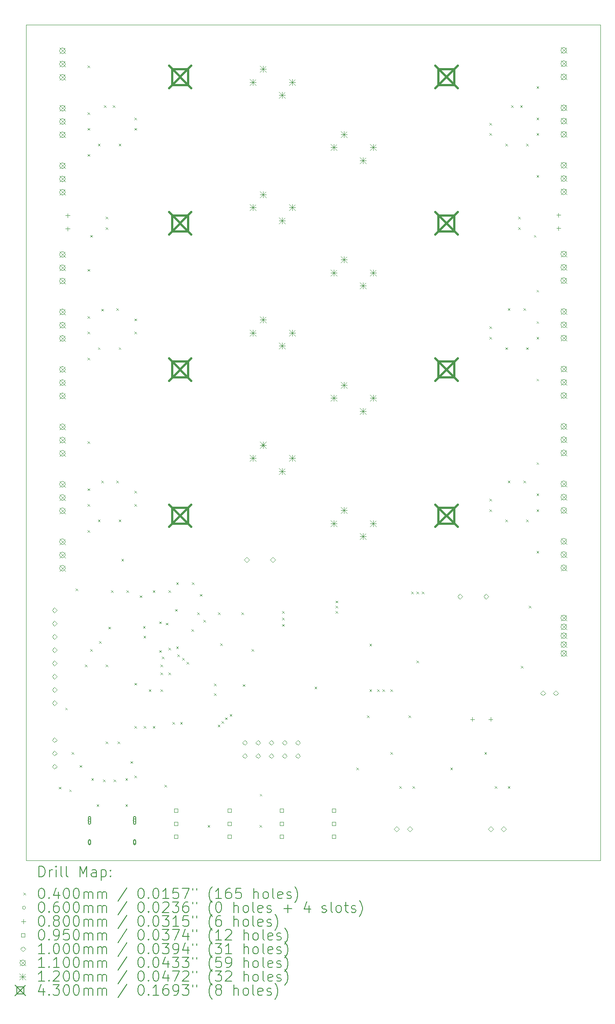
<source format=gbr>
%FSLAX45Y45*%
G04 Gerber Fmt 4.5, Leading zero omitted, Abs format (unit mm)*
G04 Created by KiCad (PCBNEW (5.99.0-11727-g1ec70d30af)) date 2021-08-20 03:51:31*
%MOMM*%
%LPD*%
G01*
G04 APERTURE LIST*
%TA.AperFunction,Profile*%
%ADD10C,0.100000*%
%TD*%
%ADD11C,0.200000*%
%ADD12C,0.040000*%
%ADD13C,0.060000*%
%ADD14C,0.080000*%
%ADD15C,0.095000*%
%ADD16C,0.100000*%
%ADD17C,0.110000*%
%ADD18C,0.120000*%
%ADD19C,0.430000*%
G04 APERTURE END LIST*
D10*
X2500000Y-2500000D02*
X13500000Y-2500000D01*
X13500000Y-2500000D02*
X13500000Y-18500000D01*
X13500000Y-18500000D02*
X2500000Y-18500000D01*
X2500000Y-18500000D02*
X2500000Y-2500000D01*
D11*
D12*
X3130000Y-17096250D02*
X3170000Y-17136250D01*
X3170000Y-17096250D02*
X3130000Y-17136250D01*
X3255000Y-15580000D02*
X3295000Y-15620000D01*
X3295000Y-15580000D02*
X3255000Y-15620000D01*
X3330000Y-17146250D02*
X3370000Y-17186250D01*
X3370000Y-17146250D02*
X3330000Y-17186250D01*
X3380000Y-16430000D02*
X3420000Y-16470000D01*
X3420000Y-16430000D02*
X3380000Y-16470000D01*
X3451000Y-13301000D02*
X3491000Y-13341000D01*
X3491000Y-13301000D02*
X3451000Y-13341000D01*
X3530000Y-16680000D02*
X3570000Y-16720000D01*
X3570000Y-16680000D02*
X3530000Y-16720000D01*
X3630000Y-14755000D02*
X3670000Y-14795000D01*
X3670000Y-14755000D02*
X3630000Y-14795000D01*
X3680000Y-3280000D02*
X3720000Y-3320000D01*
X3720000Y-3280000D02*
X3680000Y-3320000D01*
X3680000Y-4180000D02*
X3720000Y-4220000D01*
X3720000Y-4180000D02*
X3680000Y-4220000D01*
X3680000Y-4480000D02*
X3720000Y-4520000D01*
X3720000Y-4480000D02*
X3680000Y-4520000D01*
X3680000Y-4980000D02*
X3720000Y-5020000D01*
X3720000Y-4980000D02*
X3680000Y-5020000D01*
X3680000Y-7180000D02*
X3720000Y-7220000D01*
X3720000Y-7180000D02*
X3680000Y-7220000D01*
X3680000Y-8080000D02*
X3720000Y-8120000D01*
X3720000Y-8080000D02*
X3680000Y-8120000D01*
X3680000Y-8380000D02*
X3720000Y-8420000D01*
X3720000Y-8380000D02*
X3680000Y-8420000D01*
X3680000Y-8880000D02*
X3720000Y-8920000D01*
X3720000Y-8880000D02*
X3680000Y-8920000D01*
X3680000Y-10480000D02*
X3720000Y-10520000D01*
X3720000Y-10480000D02*
X3680000Y-10520000D01*
X3680000Y-11380000D02*
X3720000Y-11420000D01*
X3720000Y-11380000D02*
X3680000Y-11420000D01*
X3680000Y-11680000D02*
X3720000Y-11720000D01*
X3720000Y-11680000D02*
X3680000Y-11720000D01*
X3680000Y-12180000D02*
X3720000Y-12220000D01*
X3720000Y-12180000D02*
X3680000Y-12220000D01*
X3730000Y-6530000D02*
X3770000Y-6570000D01*
X3770000Y-6530000D02*
X3730000Y-6570000D01*
X3730000Y-14455000D02*
X3770000Y-14495000D01*
X3770000Y-14455000D02*
X3730000Y-14495000D01*
X3755000Y-16930000D02*
X3795000Y-16970000D01*
X3795000Y-16930000D02*
X3755000Y-16970000D01*
X3855000Y-17430000D02*
X3895000Y-17470000D01*
X3895000Y-17430000D02*
X3855000Y-17470000D01*
X3880000Y-4780000D02*
X3920000Y-4820000D01*
X3920000Y-4780000D02*
X3880000Y-4820000D01*
X3880000Y-8680000D02*
X3920000Y-8720000D01*
X3920000Y-8680000D02*
X3880000Y-8720000D01*
X3880000Y-11980000D02*
X3920000Y-12020000D01*
X3920000Y-11980000D02*
X3880000Y-12020000D01*
X3905000Y-14305000D02*
X3945000Y-14345000D01*
X3945000Y-14305000D02*
X3905000Y-14345000D01*
X3945050Y-7943750D02*
X3985050Y-7983750D01*
X3985050Y-7943750D02*
X3945050Y-7983750D01*
X3945050Y-11230000D02*
X3985050Y-11270000D01*
X3985050Y-11230000D02*
X3945050Y-11270000D01*
X3980000Y-16955000D02*
X4020000Y-16995000D01*
X4020000Y-16955000D02*
X3980000Y-16995000D01*
X3993750Y-4043750D02*
X4033750Y-4083750D01*
X4033750Y-4043750D02*
X3993750Y-4083750D01*
X4030000Y-6180000D02*
X4070000Y-6220000D01*
X4070000Y-6180000D02*
X4030000Y-6220000D01*
X4030000Y-6380000D02*
X4070000Y-6420000D01*
X4070000Y-6380000D02*
X4030000Y-6420000D01*
X4030000Y-14755000D02*
X4070000Y-14795000D01*
X4070000Y-14755000D02*
X4030000Y-14795000D01*
X4030000Y-16230000D02*
X4070000Y-16270000D01*
X4070000Y-16230000D02*
X4030000Y-16270000D01*
X4080000Y-14030000D02*
X4120000Y-14070000D01*
X4120000Y-14030000D02*
X4080000Y-14070000D01*
X4130000Y-13330000D02*
X4170000Y-13370000D01*
X4170000Y-13330000D02*
X4130000Y-13370000D01*
X4166250Y-4043750D02*
X4206250Y-4083750D01*
X4206250Y-4043750D02*
X4166250Y-4083750D01*
X4180000Y-16955000D02*
X4220000Y-16995000D01*
X4220000Y-16955000D02*
X4180000Y-16995000D01*
X4230000Y-7930000D02*
X4270000Y-7970000D01*
X4270000Y-7930000D02*
X4230000Y-7970000D01*
X4230000Y-11230000D02*
X4270000Y-11270000D01*
X4270000Y-11230000D02*
X4230000Y-11270000D01*
X4255000Y-16230000D02*
X4295000Y-16270000D01*
X4295000Y-16230000D02*
X4255000Y-16270000D01*
X4280000Y-4780000D02*
X4320000Y-4820000D01*
X4320000Y-4780000D02*
X4280000Y-4820000D01*
X4280000Y-8680000D02*
X4320000Y-8720000D01*
X4320000Y-8680000D02*
X4280000Y-8720000D01*
X4280000Y-11980000D02*
X4320000Y-12020000D01*
X4320000Y-11980000D02*
X4280000Y-12020000D01*
X4330000Y-12730000D02*
X4370000Y-12770000D01*
X4370000Y-12730000D02*
X4330000Y-12770000D01*
X4405000Y-16930000D02*
X4445000Y-16970000D01*
X4445000Y-16930000D02*
X4405000Y-16970000D01*
X4405000Y-17430000D02*
X4445000Y-17470000D01*
X4445000Y-17430000D02*
X4405000Y-17470000D01*
X4430000Y-13330000D02*
X4470000Y-13370000D01*
X4470000Y-13330000D02*
X4430000Y-13370000D01*
X4505000Y-16605000D02*
X4545000Y-16645000D01*
X4545000Y-16605000D02*
X4505000Y-16645000D01*
X4580000Y-4280000D02*
X4620000Y-4320000D01*
X4620000Y-4280000D02*
X4580000Y-4320000D01*
X4580000Y-4480000D02*
X4620000Y-4520000D01*
X4620000Y-4480000D02*
X4580000Y-4520000D01*
X4580000Y-8130000D02*
X4620000Y-8170000D01*
X4620000Y-8130000D02*
X4580000Y-8170000D01*
X4580000Y-8380000D02*
X4620000Y-8420000D01*
X4620000Y-8380000D02*
X4580000Y-8420000D01*
X4580000Y-11430000D02*
X4620000Y-11470000D01*
X4620000Y-11430000D02*
X4580000Y-11470000D01*
X4580000Y-11680000D02*
X4620000Y-11720000D01*
X4620000Y-11680000D02*
X4580000Y-11720000D01*
X4580000Y-15105000D02*
X4620000Y-15145000D01*
X4620000Y-15105000D02*
X4580000Y-15145000D01*
X4580000Y-15930000D02*
X4620000Y-15970000D01*
X4620000Y-15930000D02*
X4580000Y-15970000D01*
X4580000Y-16880000D02*
X4620000Y-16920000D01*
X4620000Y-16880000D02*
X4580000Y-16920000D01*
X4680000Y-13430000D02*
X4720000Y-13470000D01*
X4720000Y-13430000D02*
X4680000Y-13470000D01*
X4743750Y-14018750D02*
X4783750Y-14058750D01*
X4783750Y-14018750D02*
X4743750Y-14058750D01*
X4752450Y-14205000D02*
X4792450Y-14245000D01*
X4792450Y-14205000D02*
X4752450Y-14245000D01*
X4755000Y-15930000D02*
X4795000Y-15970000D01*
X4795000Y-15930000D02*
X4755000Y-15970000D01*
X4855000Y-15230000D02*
X4895000Y-15270000D01*
X4895000Y-15230000D02*
X4855000Y-15270000D01*
X4930000Y-13330000D02*
X4970000Y-13370000D01*
X4970000Y-13330000D02*
X4930000Y-13370000D01*
X4930000Y-15930000D02*
X4970000Y-15970000D01*
X4970000Y-15930000D02*
X4930000Y-15970000D01*
X5055000Y-13930000D02*
X5095000Y-13970000D01*
X5095000Y-13930000D02*
X5055000Y-13970000D01*
X5055000Y-14480000D02*
X5095000Y-14520000D01*
X5095000Y-14480000D02*
X5055000Y-14520000D01*
X5080000Y-14755000D02*
X5120000Y-14795000D01*
X5120000Y-14755000D02*
X5080000Y-14795000D01*
X5080000Y-14905000D02*
X5120000Y-14945000D01*
X5120000Y-14905000D02*
X5080000Y-14945000D01*
X5080000Y-15230000D02*
X5120000Y-15270000D01*
X5120000Y-15230000D02*
X5080000Y-15270000D01*
X5105000Y-14605000D02*
X5145000Y-14645000D01*
X5145000Y-14605000D02*
X5105000Y-14645000D01*
X5155000Y-17055000D02*
X5195000Y-17095000D01*
X5195000Y-17055000D02*
X5155000Y-17095000D01*
X5181230Y-13953770D02*
X5221230Y-13993770D01*
X5221230Y-13953770D02*
X5181230Y-13993770D01*
X5230000Y-13330000D02*
X5270000Y-13370000D01*
X5270000Y-13330000D02*
X5230000Y-13370000D01*
X5230000Y-14430000D02*
X5270000Y-14470000D01*
X5270000Y-14430000D02*
X5230000Y-14470000D01*
X5230000Y-14905000D02*
X5270000Y-14945000D01*
X5270000Y-14905000D02*
X5230000Y-14945000D01*
X5305000Y-15855000D02*
X5345000Y-15895000D01*
X5345000Y-15855000D02*
X5305000Y-15895000D01*
X5357550Y-13692500D02*
X5397550Y-13732500D01*
X5397550Y-13692500D02*
X5357550Y-13732500D01*
X5380000Y-13180000D02*
X5420000Y-13220000D01*
X5420000Y-13180000D02*
X5380000Y-13220000D01*
X5380000Y-14405000D02*
X5420000Y-14445000D01*
X5420000Y-14405000D02*
X5380000Y-14445000D01*
X5401485Y-14560025D02*
X5441485Y-14600025D01*
X5441485Y-14560025D02*
X5401485Y-14600025D01*
X5455000Y-15855000D02*
X5495000Y-15895000D01*
X5495000Y-15855000D02*
X5455000Y-15895000D01*
X5495369Y-14625018D02*
X5535369Y-14665018D01*
X5535369Y-14625018D02*
X5495369Y-14665018D01*
X5580000Y-14705000D02*
X5620000Y-14745000D01*
X5620000Y-14705000D02*
X5580000Y-14745000D01*
X5673800Y-14080000D02*
X5713800Y-14120000D01*
X5713800Y-14080000D02*
X5673800Y-14120000D01*
X5680000Y-13180000D02*
X5720000Y-13220000D01*
X5720000Y-13180000D02*
X5680000Y-13220000D01*
X5780000Y-13755000D02*
X5820000Y-13795000D01*
X5820000Y-13755000D02*
X5780000Y-13795000D01*
X5830000Y-13405000D02*
X5870000Y-13445000D01*
X5870000Y-13405000D02*
X5830000Y-13445000D01*
X5899952Y-13899952D02*
X5939952Y-13939952D01*
X5939952Y-13899952D02*
X5899952Y-13939952D01*
X5980000Y-17830000D02*
X6020000Y-17870000D01*
X6020000Y-17830000D02*
X5980000Y-17870000D01*
X6105000Y-15118750D02*
X6145000Y-15158750D01*
X6145000Y-15118750D02*
X6105000Y-15158750D01*
X6105000Y-15305000D02*
X6145000Y-15345000D01*
X6145000Y-15305000D02*
X6105000Y-15345000D01*
X6176465Y-15908534D02*
X6216465Y-15948534D01*
X6216465Y-15908534D02*
X6176465Y-15948534D01*
X6180000Y-13755000D02*
X6220000Y-13795000D01*
X6220000Y-13755000D02*
X6180000Y-13795000D01*
X6224952Y-14349952D02*
X6264952Y-14389952D01*
X6264952Y-14349952D02*
X6224952Y-14389952D01*
X6247142Y-15837860D02*
X6287142Y-15877860D01*
X6287142Y-15837860D02*
X6247142Y-15877860D01*
X6317809Y-15767176D02*
X6357809Y-15807176D01*
X6357809Y-15767176D02*
X6317809Y-15807176D01*
X6405000Y-15705000D02*
X6445000Y-15745000D01*
X6445000Y-15705000D02*
X6405000Y-15745000D01*
X6630000Y-13755000D02*
X6670000Y-13795000D01*
X6670000Y-13755000D02*
X6630000Y-13795000D01*
X6655000Y-15130000D02*
X6695000Y-15170000D01*
X6695000Y-15130000D02*
X6655000Y-15170000D01*
X6824952Y-14455000D02*
X6864952Y-14495000D01*
X6864952Y-14455000D02*
X6824952Y-14495000D01*
X6977500Y-17830000D02*
X7017500Y-17870000D01*
X7017500Y-17830000D02*
X6977500Y-17870000D01*
X6980000Y-17230000D02*
X7020000Y-17270000D01*
X7020000Y-17230000D02*
X6980000Y-17270000D01*
X7405000Y-13730000D02*
X7445000Y-13770000D01*
X7445000Y-13730000D02*
X7405000Y-13770000D01*
X7405000Y-13855000D02*
X7445000Y-13895000D01*
X7445000Y-13855000D02*
X7405000Y-13895000D01*
X7405000Y-13980000D02*
X7445000Y-14020000D01*
X7445000Y-13980000D02*
X7405000Y-14020000D01*
X8030000Y-15180000D02*
X8070000Y-15220000D01*
X8070000Y-15180000D02*
X8030000Y-15220000D01*
X8430000Y-13530000D02*
X8470000Y-13570000D01*
X8470000Y-13530000D02*
X8430000Y-13570000D01*
X8430000Y-13630000D02*
X8470000Y-13670000D01*
X8470000Y-13630000D02*
X8430000Y-13670000D01*
X8430000Y-13730000D02*
X8470000Y-13770000D01*
X8470000Y-13730000D02*
X8430000Y-13770000D01*
X8830000Y-16730000D02*
X8870000Y-16770000D01*
X8870000Y-16730000D02*
X8830000Y-16770000D01*
X9030000Y-15730000D02*
X9070000Y-15770000D01*
X9070000Y-15730000D02*
X9030000Y-15770000D01*
X9080000Y-14355000D02*
X9120000Y-14395000D01*
X9120000Y-14355000D02*
X9080000Y-14395000D01*
X9080000Y-15230000D02*
X9120000Y-15270000D01*
X9120000Y-15230000D02*
X9080000Y-15270000D01*
X9230000Y-15230000D02*
X9270000Y-15270000D01*
X9270000Y-15230000D02*
X9230000Y-15270000D01*
X9330000Y-15230000D02*
X9370000Y-15270000D01*
X9370000Y-15230000D02*
X9330000Y-15270000D01*
X9480000Y-15230000D02*
X9520000Y-15270000D01*
X9520000Y-15230000D02*
X9480000Y-15270000D01*
X9480000Y-16430000D02*
X9520000Y-16470000D01*
X9520000Y-16430000D02*
X9480000Y-16470000D01*
X9653000Y-17080000D02*
X9693000Y-17120000D01*
X9693000Y-17080000D02*
X9653000Y-17120000D01*
X9830000Y-15730000D02*
X9870000Y-15770000D01*
X9870000Y-15730000D02*
X9830000Y-15770000D01*
X9880000Y-13355000D02*
X9920000Y-13395000D01*
X9920000Y-13355000D02*
X9880000Y-13395000D01*
X9903000Y-17080000D02*
X9943000Y-17120000D01*
X9943000Y-17080000D02*
X9903000Y-17120000D01*
X9980000Y-13355000D02*
X10020000Y-13395000D01*
X10020000Y-13355000D02*
X9980000Y-13395000D01*
X9980000Y-14680000D02*
X10020000Y-14720000D01*
X10020000Y-14680000D02*
X9980000Y-14720000D01*
X10080000Y-13355000D02*
X10120000Y-13395000D01*
X10120000Y-13355000D02*
X10080000Y-13395000D01*
X10630000Y-16730000D02*
X10670000Y-16770000D01*
X10670000Y-16730000D02*
X10630000Y-16770000D01*
X11280000Y-16430000D02*
X11320000Y-16470000D01*
X11320000Y-16430000D02*
X11280000Y-16470000D01*
X11380000Y-4380000D02*
X11420000Y-4420000D01*
X11420000Y-4380000D02*
X11380000Y-4420000D01*
X11380000Y-4580000D02*
X11420000Y-4620000D01*
X11420000Y-4580000D02*
X11380000Y-4620000D01*
X11380000Y-8280000D02*
X11420000Y-8320000D01*
X11420000Y-8280000D02*
X11380000Y-8320000D01*
X11380000Y-8480000D02*
X11420000Y-8520000D01*
X11420000Y-8480000D02*
X11380000Y-8520000D01*
X11380000Y-11580000D02*
X11420000Y-11620000D01*
X11420000Y-11580000D02*
X11380000Y-11620000D01*
X11380000Y-11780000D02*
X11420000Y-11820000D01*
X11420000Y-11780000D02*
X11380000Y-11820000D01*
X11480000Y-17080000D02*
X11520000Y-17120000D01*
X11520000Y-17080000D02*
X11480000Y-17120000D01*
X11680000Y-4780000D02*
X11720000Y-4820000D01*
X11720000Y-4780000D02*
X11680000Y-4820000D01*
X11680000Y-8680000D02*
X11720000Y-8720000D01*
X11720000Y-8680000D02*
X11680000Y-8720000D01*
X11680000Y-11980000D02*
X11720000Y-12020000D01*
X11720000Y-11980000D02*
X11680000Y-12020000D01*
X11730000Y-7930000D02*
X11770000Y-7970000D01*
X11770000Y-7930000D02*
X11730000Y-7970000D01*
X11730000Y-11230000D02*
X11770000Y-11270000D01*
X11770000Y-11230000D02*
X11730000Y-11270000D01*
X11730000Y-17080000D02*
X11770000Y-17120000D01*
X11770000Y-17080000D02*
X11730000Y-17120000D01*
X11793750Y-4043750D02*
X11833750Y-4083750D01*
X11833750Y-4043750D02*
X11793750Y-4083750D01*
X11930000Y-6180000D02*
X11970000Y-6220000D01*
X11970000Y-6180000D02*
X11930000Y-6220000D01*
X11930000Y-6380000D02*
X11970000Y-6420000D01*
X11970000Y-6380000D02*
X11930000Y-6420000D01*
X11966250Y-4043750D02*
X12006250Y-4083750D01*
X12006250Y-4043750D02*
X11966250Y-4083750D01*
X11980000Y-14780000D02*
X12020000Y-14820000D01*
X12020000Y-14780000D02*
X11980000Y-14820000D01*
X12030000Y-7930000D02*
X12070000Y-7970000D01*
X12070000Y-7930000D02*
X12030000Y-7970000D01*
X12030000Y-11230000D02*
X12070000Y-11270000D01*
X12070000Y-11230000D02*
X12030000Y-11270000D01*
X12080000Y-4780000D02*
X12120000Y-4820000D01*
X12120000Y-4780000D02*
X12080000Y-4820000D01*
X12080000Y-8680000D02*
X12120000Y-8720000D01*
X12120000Y-8680000D02*
X12080000Y-8720000D01*
X12080000Y-11980000D02*
X12120000Y-12020000D01*
X12120000Y-11980000D02*
X12080000Y-12020000D01*
X12130000Y-13630000D02*
X12170000Y-13670000D01*
X12170000Y-13630000D02*
X12130000Y-13670000D01*
X12230000Y-6530000D02*
X12270000Y-6570000D01*
X12270000Y-6530000D02*
X12230000Y-6570000D01*
X12280000Y-3680000D02*
X12320000Y-3720000D01*
X12320000Y-3680000D02*
X12280000Y-3720000D01*
X12280000Y-4280000D02*
X12320000Y-4320000D01*
X12320000Y-4280000D02*
X12280000Y-4320000D01*
X12280000Y-4580000D02*
X12320000Y-4620000D01*
X12320000Y-4580000D02*
X12280000Y-4620000D01*
X12280000Y-5380000D02*
X12320000Y-5420000D01*
X12320000Y-5380000D02*
X12280000Y-5420000D01*
X12280000Y-7580000D02*
X12320000Y-7620000D01*
X12320000Y-7580000D02*
X12280000Y-7620000D01*
X12280000Y-8180000D02*
X12320000Y-8220000D01*
X12320000Y-8180000D02*
X12280000Y-8220000D01*
X12280000Y-8480000D02*
X12320000Y-8520000D01*
X12320000Y-8480000D02*
X12280000Y-8520000D01*
X12280000Y-9280000D02*
X12320000Y-9320000D01*
X12320000Y-9280000D02*
X12280000Y-9320000D01*
X12280000Y-10880000D02*
X12320000Y-10920000D01*
X12320000Y-10880000D02*
X12280000Y-10920000D01*
X12280000Y-11480000D02*
X12320000Y-11520000D01*
X12320000Y-11480000D02*
X12280000Y-11520000D01*
X12280000Y-11780000D02*
X12320000Y-11820000D01*
X12320000Y-11780000D02*
X12280000Y-11820000D01*
X12280000Y-12580000D02*
X12320000Y-12620000D01*
X12320000Y-12580000D02*
X12280000Y-12620000D01*
D13*
X3748000Y-17737000D02*
G75*
G03*
X3748000Y-17737000I-30000J0D01*
G01*
D11*
X3698000Y-17682000D02*
X3698000Y-17792000D01*
X3738000Y-17682000D02*
X3738000Y-17792000D01*
X3698000Y-17792000D02*
G75*
G03*
X3738000Y-17792000I20000J0D01*
G01*
X3738000Y-17682000D02*
G75*
G03*
X3698000Y-17682000I-20000J0D01*
G01*
D13*
X3748000Y-18155000D02*
G75*
G03*
X3748000Y-18155000I-30000J0D01*
G01*
D11*
X3698000Y-18125000D02*
X3698000Y-18185000D01*
X3738000Y-18125000D02*
X3738000Y-18185000D01*
X3698000Y-18185000D02*
G75*
G03*
X3738000Y-18185000I20000J0D01*
G01*
X3738000Y-18125000D02*
G75*
G03*
X3698000Y-18125000I-20000J0D01*
G01*
D13*
X4612000Y-17737000D02*
G75*
G03*
X4612000Y-17737000I-30000J0D01*
G01*
D11*
X4562000Y-17682000D02*
X4562000Y-17792000D01*
X4602000Y-17682000D02*
X4602000Y-17792000D01*
X4562000Y-17792000D02*
G75*
G03*
X4602000Y-17792000I20000J0D01*
G01*
X4602000Y-17682000D02*
G75*
G03*
X4562000Y-17682000I-20000J0D01*
G01*
D13*
X4612000Y-18155000D02*
G75*
G03*
X4612000Y-18155000I-30000J0D01*
G01*
D11*
X4562000Y-18125000D02*
X4562000Y-18185000D01*
X4602000Y-18125000D02*
X4602000Y-18185000D01*
X4562000Y-18185000D02*
G75*
G03*
X4602000Y-18185000I20000J0D01*
G01*
X4602000Y-18125000D02*
G75*
G03*
X4562000Y-18125000I-20000J0D01*
G01*
D14*
X3300000Y-6114000D02*
X3300000Y-6194000D01*
X3260000Y-6154000D02*
X3340000Y-6154000D01*
X3300000Y-6368000D02*
X3300000Y-6448000D01*
X3260000Y-6408000D02*
X3340000Y-6408000D01*
X11050000Y-15760000D02*
X11050000Y-15840000D01*
X11010000Y-15800000D02*
X11090000Y-15800000D01*
X11400000Y-15760000D02*
X11400000Y-15840000D01*
X11360000Y-15800000D02*
X11440000Y-15800000D01*
X12700000Y-6106000D02*
X12700000Y-6186000D01*
X12660000Y-6146000D02*
X12740000Y-6146000D01*
X12700000Y-6360000D02*
X12700000Y-6440000D01*
X12660000Y-6400000D02*
X12740000Y-6400000D01*
D15*
X5406088Y-17583588D02*
X5406088Y-17516412D01*
X5338912Y-17516412D01*
X5338912Y-17583588D01*
X5406088Y-17583588D01*
X5406088Y-17833588D02*
X5406088Y-17766412D01*
X5338912Y-17766412D01*
X5338912Y-17833588D01*
X5406088Y-17833588D01*
X5406088Y-18083588D02*
X5406088Y-18016412D01*
X5338912Y-18016412D01*
X5338912Y-18083588D01*
X5406088Y-18083588D01*
X6433588Y-17583588D02*
X6433588Y-17516412D01*
X6366412Y-17516412D01*
X6366412Y-17583588D01*
X6433588Y-17583588D01*
X6433588Y-17833588D02*
X6433588Y-17766412D01*
X6366412Y-17766412D01*
X6366412Y-17833588D01*
X6433588Y-17833588D01*
X6433588Y-18083588D02*
X6433588Y-18016412D01*
X6366412Y-18016412D01*
X6366412Y-18083588D01*
X6433588Y-18083588D01*
X7431088Y-17583588D02*
X7431088Y-17516412D01*
X7363912Y-17516412D01*
X7363912Y-17583588D01*
X7431088Y-17583588D01*
X7431088Y-17833588D02*
X7431088Y-17766412D01*
X7363912Y-17766412D01*
X7363912Y-17833588D01*
X7431088Y-17833588D01*
X7431088Y-18083588D02*
X7431088Y-18016412D01*
X7363912Y-18016412D01*
X7363912Y-18083588D01*
X7431088Y-18083588D01*
X8431088Y-17583588D02*
X8431088Y-17516412D01*
X8363912Y-17516412D01*
X8363912Y-17583588D01*
X8431088Y-17583588D01*
X8431088Y-17833588D02*
X8431088Y-17766412D01*
X8363912Y-17766412D01*
X8363912Y-17833588D01*
X8431088Y-17833588D01*
X8431088Y-18083588D02*
X8431088Y-18016412D01*
X8363912Y-18016412D01*
X8363912Y-18083588D01*
X8431088Y-18083588D01*
D16*
X3050000Y-13759500D02*
X3100000Y-13709500D01*
X3050000Y-13659500D01*
X3000000Y-13709500D01*
X3050000Y-13759500D01*
X3050000Y-14013500D02*
X3100000Y-13963500D01*
X3050000Y-13913500D01*
X3000000Y-13963500D01*
X3050000Y-14013500D01*
X3050000Y-14267500D02*
X3100000Y-14217500D01*
X3050000Y-14167500D01*
X3000000Y-14217500D01*
X3050000Y-14267500D01*
X3050000Y-14521500D02*
X3100000Y-14471500D01*
X3050000Y-14421500D01*
X3000000Y-14471500D01*
X3050000Y-14521500D01*
X3050000Y-14775500D02*
X3100000Y-14725500D01*
X3050000Y-14675500D01*
X3000000Y-14725500D01*
X3050000Y-14775500D01*
X3050000Y-15029500D02*
X3100000Y-14979500D01*
X3050000Y-14929500D01*
X3000000Y-14979500D01*
X3050000Y-15029500D01*
X3050000Y-15283500D02*
X3100000Y-15233500D01*
X3050000Y-15183500D01*
X3000000Y-15233500D01*
X3050000Y-15283500D01*
X3050000Y-15537500D02*
X3100000Y-15487500D01*
X3050000Y-15437500D01*
X3000000Y-15487500D01*
X3050000Y-15537500D01*
X3050000Y-16247500D02*
X3100000Y-16197500D01*
X3050000Y-16147500D01*
X3000000Y-16197500D01*
X3050000Y-16247500D01*
X3050000Y-16501500D02*
X3100000Y-16451500D01*
X3050000Y-16401500D01*
X3000000Y-16451500D01*
X3050000Y-16501500D01*
X3050000Y-16755500D02*
X3100000Y-16705500D01*
X3050000Y-16655500D01*
X3000000Y-16705500D01*
X3050000Y-16755500D01*
X6691500Y-16298000D02*
X6741500Y-16248000D01*
X6691500Y-16198000D01*
X6641500Y-16248000D01*
X6691500Y-16298000D01*
X6691500Y-16552000D02*
X6741500Y-16502000D01*
X6691500Y-16452000D01*
X6641500Y-16502000D01*
X6691500Y-16552000D01*
X6731078Y-12800000D02*
X6781078Y-12750000D01*
X6731078Y-12700000D01*
X6681078Y-12750000D01*
X6731078Y-12800000D01*
X6945500Y-16298000D02*
X6995500Y-16248000D01*
X6945500Y-16198000D01*
X6895500Y-16248000D01*
X6945500Y-16298000D01*
X6945500Y-16552000D02*
X6995500Y-16502000D01*
X6945500Y-16452000D01*
X6895500Y-16502000D01*
X6945500Y-16552000D01*
X7199500Y-16298000D02*
X7249500Y-16248000D01*
X7199500Y-16198000D01*
X7149500Y-16248000D01*
X7199500Y-16298000D01*
X7199500Y-16552000D02*
X7249500Y-16502000D01*
X7199500Y-16452000D01*
X7149500Y-16502000D01*
X7199500Y-16552000D01*
X7231078Y-12800000D02*
X7281078Y-12750000D01*
X7231078Y-12700000D01*
X7181078Y-12750000D01*
X7231078Y-12800000D01*
X7453500Y-16298000D02*
X7503500Y-16248000D01*
X7453500Y-16198000D01*
X7403500Y-16248000D01*
X7453500Y-16298000D01*
X7453500Y-16552000D02*
X7503500Y-16502000D01*
X7453500Y-16452000D01*
X7403500Y-16502000D01*
X7453500Y-16552000D01*
X7707500Y-16298000D02*
X7757500Y-16248000D01*
X7707500Y-16198000D01*
X7657500Y-16248000D01*
X7707500Y-16298000D01*
X7707500Y-16552000D02*
X7757500Y-16502000D01*
X7707500Y-16452000D01*
X7657500Y-16502000D01*
X7707500Y-16552000D01*
X9600000Y-17950000D02*
X9650000Y-17900000D01*
X9600000Y-17850000D01*
X9550000Y-17900000D01*
X9600000Y-17950000D01*
X9850000Y-17950000D02*
X9900000Y-17900000D01*
X9850000Y-17850000D01*
X9800000Y-17900000D01*
X9850000Y-17950000D01*
X10813232Y-13500000D02*
X10863232Y-13450000D01*
X10813232Y-13400000D01*
X10763232Y-13450000D01*
X10813232Y-13500000D01*
X11313232Y-13500000D02*
X11363232Y-13450000D01*
X11313232Y-13400000D01*
X11263232Y-13450000D01*
X11313232Y-13500000D01*
X11400000Y-17950000D02*
X11450000Y-17900000D01*
X11400000Y-17850000D01*
X11350000Y-17900000D01*
X11400000Y-17950000D01*
X11650000Y-17950000D02*
X11700000Y-17900000D01*
X11650000Y-17850000D01*
X11600000Y-17900000D01*
X11650000Y-17950000D01*
X12400000Y-15350000D02*
X12450000Y-15300000D01*
X12400000Y-15250000D01*
X12350000Y-15300000D01*
X12400000Y-15350000D01*
X12650000Y-15350000D02*
X12700000Y-15300000D01*
X12650000Y-15250000D01*
X12600000Y-15300000D01*
X12650000Y-15350000D01*
D17*
X3145000Y-2945000D02*
X3255000Y-3055000D01*
X3255000Y-2945000D02*
X3145000Y-3055000D01*
X3255000Y-3000000D02*
G75*
G03*
X3255000Y-3000000I-55000J0D01*
G01*
X3145000Y-3199000D02*
X3255000Y-3309000D01*
X3255000Y-3199000D02*
X3145000Y-3309000D01*
X3255000Y-3254000D02*
G75*
G03*
X3255000Y-3254000I-55000J0D01*
G01*
X3145000Y-3453000D02*
X3255000Y-3563000D01*
X3255000Y-3453000D02*
X3145000Y-3563000D01*
X3255000Y-3508000D02*
G75*
G03*
X3255000Y-3508000I-55000J0D01*
G01*
X3145000Y-4045000D02*
X3255000Y-4155000D01*
X3255000Y-4045000D02*
X3145000Y-4155000D01*
X3255000Y-4100000D02*
G75*
G03*
X3255000Y-4100000I-55000J0D01*
G01*
X3145000Y-4299000D02*
X3255000Y-4409000D01*
X3255000Y-4299000D02*
X3145000Y-4409000D01*
X3255000Y-4354000D02*
G75*
G03*
X3255000Y-4354000I-55000J0D01*
G01*
X3145000Y-4553000D02*
X3255000Y-4663000D01*
X3255000Y-4553000D02*
X3145000Y-4663000D01*
X3255000Y-4608000D02*
G75*
G03*
X3255000Y-4608000I-55000J0D01*
G01*
X3145000Y-5145000D02*
X3255000Y-5255000D01*
X3255000Y-5145000D02*
X3145000Y-5255000D01*
X3255000Y-5200000D02*
G75*
G03*
X3255000Y-5200000I-55000J0D01*
G01*
X3145000Y-5399000D02*
X3255000Y-5509000D01*
X3255000Y-5399000D02*
X3145000Y-5509000D01*
X3255000Y-5454000D02*
G75*
G03*
X3255000Y-5454000I-55000J0D01*
G01*
X3145000Y-5653000D02*
X3255000Y-5763000D01*
X3255000Y-5653000D02*
X3145000Y-5763000D01*
X3255000Y-5708000D02*
G75*
G03*
X3255000Y-5708000I-55000J0D01*
G01*
X3145000Y-6845000D02*
X3255000Y-6955000D01*
X3255000Y-6845000D02*
X3145000Y-6955000D01*
X3255000Y-6900000D02*
G75*
G03*
X3255000Y-6900000I-55000J0D01*
G01*
X3145000Y-7099000D02*
X3255000Y-7209000D01*
X3255000Y-7099000D02*
X3145000Y-7209000D01*
X3255000Y-7154000D02*
G75*
G03*
X3255000Y-7154000I-55000J0D01*
G01*
X3145000Y-7353000D02*
X3255000Y-7463000D01*
X3255000Y-7353000D02*
X3145000Y-7463000D01*
X3255000Y-7408000D02*
G75*
G03*
X3255000Y-7408000I-55000J0D01*
G01*
X3145000Y-7945000D02*
X3255000Y-8055000D01*
X3255000Y-7945000D02*
X3145000Y-8055000D01*
X3255000Y-8000000D02*
G75*
G03*
X3255000Y-8000000I-55000J0D01*
G01*
X3145000Y-8199000D02*
X3255000Y-8309000D01*
X3255000Y-8199000D02*
X3145000Y-8309000D01*
X3255000Y-8254000D02*
G75*
G03*
X3255000Y-8254000I-55000J0D01*
G01*
X3145000Y-8453000D02*
X3255000Y-8563000D01*
X3255000Y-8453000D02*
X3145000Y-8563000D01*
X3255000Y-8508000D02*
G75*
G03*
X3255000Y-8508000I-55000J0D01*
G01*
X3145000Y-9045000D02*
X3255000Y-9155000D01*
X3255000Y-9045000D02*
X3145000Y-9155000D01*
X3255000Y-9100000D02*
G75*
G03*
X3255000Y-9100000I-55000J0D01*
G01*
X3145000Y-9299000D02*
X3255000Y-9409000D01*
X3255000Y-9299000D02*
X3145000Y-9409000D01*
X3255000Y-9354000D02*
G75*
G03*
X3255000Y-9354000I-55000J0D01*
G01*
X3145000Y-9553000D02*
X3255000Y-9663000D01*
X3255000Y-9553000D02*
X3145000Y-9663000D01*
X3255000Y-9608000D02*
G75*
G03*
X3255000Y-9608000I-55000J0D01*
G01*
X3145000Y-10145000D02*
X3255000Y-10255000D01*
X3255000Y-10145000D02*
X3145000Y-10255000D01*
X3255000Y-10200000D02*
G75*
G03*
X3255000Y-10200000I-55000J0D01*
G01*
X3145000Y-10399000D02*
X3255000Y-10509000D01*
X3255000Y-10399000D02*
X3145000Y-10509000D01*
X3255000Y-10454000D02*
G75*
G03*
X3255000Y-10454000I-55000J0D01*
G01*
X3145000Y-10653000D02*
X3255000Y-10763000D01*
X3255000Y-10653000D02*
X3145000Y-10763000D01*
X3255000Y-10708000D02*
G75*
G03*
X3255000Y-10708000I-55000J0D01*
G01*
X3145000Y-11245000D02*
X3255000Y-11355000D01*
X3255000Y-11245000D02*
X3145000Y-11355000D01*
X3255000Y-11300000D02*
G75*
G03*
X3255000Y-11300000I-55000J0D01*
G01*
X3145000Y-11499000D02*
X3255000Y-11609000D01*
X3255000Y-11499000D02*
X3145000Y-11609000D01*
X3255000Y-11554000D02*
G75*
G03*
X3255000Y-11554000I-55000J0D01*
G01*
X3145000Y-11753000D02*
X3255000Y-11863000D01*
X3255000Y-11753000D02*
X3145000Y-11863000D01*
X3255000Y-11808000D02*
G75*
G03*
X3255000Y-11808000I-55000J0D01*
G01*
X3145000Y-12345000D02*
X3255000Y-12455000D01*
X3255000Y-12345000D02*
X3145000Y-12455000D01*
X3255000Y-12400000D02*
G75*
G03*
X3255000Y-12400000I-55000J0D01*
G01*
X3145000Y-12599000D02*
X3255000Y-12709000D01*
X3255000Y-12599000D02*
X3145000Y-12709000D01*
X3255000Y-12654000D02*
G75*
G03*
X3255000Y-12654000I-55000J0D01*
G01*
X3145000Y-12853000D02*
X3255000Y-12963000D01*
X3255000Y-12853000D02*
X3145000Y-12963000D01*
X3255000Y-12908000D02*
G75*
G03*
X3255000Y-12908000I-55000J0D01*
G01*
X12745000Y-2937000D02*
X12855000Y-3047000D01*
X12855000Y-2937000D02*
X12745000Y-3047000D01*
X12855000Y-2992000D02*
G75*
G03*
X12855000Y-2992000I-55000J0D01*
G01*
X12745000Y-3191000D02*
X12855000Y-3301000D01*
X12855000Y-3191000D02*
X12745000Y-3301000D01*
X12855000Y-3246000D02*
G75*
G03*
X12855000Y-3246000I-55000J0D01*
G01*
X12745000Y-3445000D02*
X12855000Y-3555000D01*
X12855000Y-3445000D02*
X12745000Y-3555000D01*
X12855000Y-3500000D02*
G75*
G03*
X12855000Y-3500000I-55000J0D01*
G01*
X12745000Y-4037000D02*
X12855000Y-4147000D01*
X12855000Y-4037000D02*
X12745000Y-4147000D01*
X12855000Y-4092000D02*
G75*
G03*
X12855000Y-4092000I-55000J0D01*
G01*
X12745000Y-4291000D02*
X12855000Y-4401000D01*
X12855000Y-4291000D02*
X12745000Y-4401000D01*
X12855000Y-4346000D02*
G75*
G03*
X12855000Y-4346000I-55000J0D01*
G01*
X12745000Y-4545000D02*
X12855000Y-4655000D01*
X12855000Y-4545000D02*
X12745000Y-4655000D01*
X12855000Y-4600000D02*
G75*
G03*
X12855000Y-4600000I-55000J0D01*
G01*
X12745000Y-5137000D02*
X12855000Y-5247000D01*
X12855000Y-5137000D02*
X12745000Y-5247000D01*
X12855000Y-5192000D02*
G75*
G03*
X12855000Y-5192000I-55000J0D01*
G01*
X12745000Y-5391000D02*
X12855000Y-5501000D01*
X12855000Y-5391000D02*
X12745000Y-5501000D01*
X12855000Y-5446000D02*
G75*
G03*
X12855000Y-5446000I-55000J0D01*
G01*
X12745000Y-5645000D02*
X12855000Y-5755000D01*
X12855000Y-5645000D02*
X12745000Y-5755000D01*
X12855000Y-5700000D02*
G75*
G03*
X12855000Y-5700000I-55000J0D01*
G01*
X12745000Y-6837000D02*
X12855000Y-6947000D01*
X12855000Y-6837000D02*
X12745000Y-6947000D01*
X12855000Y-6892000D02*
G75*
G03*
X12855000Y-6892000I-55000J0D01*
G01*
X12745000Y-7091000D02*
X12855000Y-7201000D01*
X12855000Y-7091000D02*
X12745000Y-7201000D01*
X12855000Y-7146000D02*
G75*
G03*
X12855000Y-7146000I-55000J0D01*
G01*
X12745000Y-7345000D02*
X12855000Y-7455000D01*
X12855000Y-7345000D02*
X12745000Y-7455000D01*
X12855000Y-7400000D02*
G75*
G03*
X12855000Y-7400000I-55000J0D01*
G01*
X12745000Y-7937000D02*
X12855000Y-8047000D01*
X12855000Y-7937000D02*
X12745000Y-8047000D01*
X12855000Y-7992000D02*
G75*
G03*
X12855000Y-7992000I-55000J0D01*
G01*
X12745000Y-8191000D02*
X12855000Y-8301000D01*
X12855000Y-8191000D02*
X12745000Y-8301000D01*
X12855000Y-8246000D02*
G75*
G03*
X12855000Y-8246000I-55000J0D01*
G01*
X12745000Y-8445000D02*
X12855000Y-8555000D01*
X12855000Y-8445000D02*
X12745000Y-8555000D01*
X12855000Y-8500000D02*
G75*
G03*
X12855000Y-8500000I-55000J0D01*
G01*
X12745000Y-9037000D02*
X12855000Y-9147000D01*
X12855000Y-9037000D02*
X12745000Y-9147000D01*
X12855000Y-9092000D02*
G75*
G03*
X12855000Y-9092000I-55000J0D01*
G01*
X12745000Y-9291000D02*
X12855000Y-9401000D01*
X12855000Y-9291000D02*
X12745000Y-9401000D01*
X12855000Y-9346000D02*
G75*
G03*
X12855000Y-9346000I-55000J0D01*
G01*
X12745000Y-9545000D02*
X12855000Y-9655000D01*
X12855000Y-9545000D02*
X12745000Y-9655000D01*
X12855000Y-9600000D02*
G75*
G03*
X12855000Y-9600000I-55000J0D01*
G01*
X12745000Y-10137000D02*
X12855000Y-10247000D01*
X12855000Y-10137000D02*
X12745000Y-10247000D01*
X12855000Y-10192000D02*
G75*
G03*
X12855000Y-10192000I-55000J0D01*
G01*
X12745000Y-10391000D02*
X12855000Y-10501000D01*
X12855000Y-10391000D02*
X12745000Y-10501000D01*
X12855000Y-10446000D02*
G75*
G03*
X12855000Y-10446000I-55000J0D01*
G01*
X12745000Y-10645000D02*
X12855000Y-10755000D01*
X12855000Y-10645000D02*
X12745000Y-10755000D01*
X12855000Y-10700000D02*
G75*
G03*
X12855000Y-10700000I-55000J0D01*
G01*
X12745000Y-11237000D02*
X12855000Y-11347000D01*
X12855000Y-11237000D02*
X12745000Y-11347000D01*
X12855000Y-11292000D02*
G75*
G03*
X12855000Y-11292000I-55000J0D01*
G01*
X12745000Y-11491000D02*
X12855000Y-11601000D01*
X12855000Y-11491000D02*
X12745000Y-11601000D01*
X12855000Y-11546000D02*
G75*
G03*
X12855000Y-11546000I-55000J0D01*
G01*
X12745000Y-11745000D02*
X12855000Y-11855000D01*
X12855000Y-11745000D02*
X12745000Y-11855000D01*
X12855000Y-11800000D02*
G75*
G03*
X12855000Y-11800000I-55000J0D01*
G01*
X12745000Y-12337000D02*
X12855000Y-12447000D01*
X12855000Y-12337000D02*
X12745000Y-12447000D01*
X12855000Y-12392000D02*
G75*
G03*
X12855000Y-12392000I-55000J0D01*
G01*
X12745000Y-12591000D02*
X12855000Y-12701000D01*
X12855000Y-12591000D02*
X12745000Y-12701000D01*
X12855000Y-12646000D02*
G75*
G03*
X12855000Y-12646000I-55000J0D01*
G01*
X12745000Y-12845000D02*
X12855000Y-12955000D01*
X12855000Y-12845000D02*
X12745000Y-12955000D01*
X12855000Y-12900000D02*
G75*
G03*
X12855000Y-12900000I-55000J0D01*
G01*
X12745000Y-13805000D02*
X12855000Y-13915000D01*
X12855000Y-13805000D02*
X12745000Y-13915000D01*
X12855000Y-13860000D02*
G75*
G03*
X12855000Y-13860000I-55000J0D01*
G01*
X12745000Y-13975000D02*
X12855000Y-14085000D01*
X12855000Y-13975000D02*
X12745000Y-14085000D01*
X12855000Y-14030000D02*
G75*
G03*
X12855000Y-14030000I-55000J0D01*
G01*
X12745000Y-14145000D02*
X12855000Y-14255000D01*
X12855000Y-14145000D02*
X12745000Y-14255000D01*
X12855000Y-14200000D02*
G75*
G03*
X12855000Y-14200000I-55000J0D01*
G01*
X12745000Y-14315000D02*
X12855000Y-14425000D01*
X12855000Y-14315000D02*
X12745000Y-14425000D01*
X12855000Y-14370000D02*
G75*
G03*
X12855000Y-14370000I-55000J0D01*
G01*
X12745000Y-14485000D02*
X12855000Y-14595000D01*
X12855000Y-14485000D02*
X12745000Y-14595000D01*
X12855000Y-14540000D02*
G75*
G03*
X12855000Y-14540000I-55000J0D01*
G01*
D18*
X6790000Y-3540000D02*
X6910000Y-3660000D01*
X6910000Y-3540000D02*
X6790000Y-3660000D01*
X6850000Y-3540000D02*
X6850000Y-3660000D01*
X6790000Y-3600000D02*
X6910000Y-3600000D01*
X6790000Y-5940000D02*
X6910000Y-6060000D01*
X6910000Y-5940000D02*
X6790000Y-6060000D01*
X6850000Y-5940000D02*
X6850000Y-6060000D01*
X6790000Y-6000000D02*
X6910000Y-6000000D01*
X6790000Y-8340000D02*
X6910000Y-8460000D01*
X6910000Y-8340000D02*
X6790000Y-8460000D01*
X6850000Y-8340000D02*
X6850000Y-8460000D01*
X6790000Y-8400000D02*
X6910000Y-8400000D01*
X6790000Y-10740000D02*
X6910000Y-10860000D01*
X6910000Y-10740000D02*
X6790000Y-10860000D01*
X6850000Y-10740000D02*
X6850000Y-10860000D01*
X6790000Y-10800000D02*
X6910000Y-10800000D01*
X6981987Y-3290000D02*
X7101987Y-3410000D01*
X7101987Y-3290000D02*
X6981987Y-3410000D01*
X7041987Y-3290000D02*
X7041987Y-3410000D01*
X6981987Y-3350000D02*
X7101987Y-3350000D01*
X6981987Y-5690000D02*
X7101987Y-5810000D01*
X7101987Y-5690000D02*
X6981987Y-5810000D01*
X7041987Y-5690000D02*
X7041987Y-5810000D01*
X6981987Y-5750000D02*
X7101987Y-5750000D01*
X6981987Y-8090000D02*
X7101987Y-8210000D01*
X7101987Y-8090000D02*
X6981987Y-8210000D01*
X7041987Y-8090000D02*
X7041987Y-8210000D01*
X6981987Y-8150000D02*
X7101987Y-8150000D01*
X6981987Y-10490000D02*
X7101987Y-10610000D01*
X7101987Y-10490000D02*
X6981987Y-10610000D01*
X7041987Y-10490000D02*
X7041987Y-10610000D01*
X6981987Y-10550000D02*
X7101987Y-10550000D01*
X7348013Y-3790000D02*
X7468013Y-3910000D01*
X7468013Y-3790000D02*
X7348013Y-3910000D01*
X7408013Y-3790000D02*
X7408013Y-3910000D01*
X7348013Y-3850000D02*
X7468013Y-3850000D01*
X7348013Y-6190000D02*
X7468013Y-6310000D01*
X7468013Y-6190000D02*
X7348013Y-6310000D01*
X7408013Y-6190000D02*
X7408013Y-6310000D01*
X7348013Y-6250000D02*
X7468013Y-6250000D01*
X7348013Y-8590000D02*
X7468013Y-8710000D01*
X7468013Y-8590000D02*
X7348013Y-8710000D01*
X7408013Y-8590000D02*
X7408013Y-8710000D01*
X7348013Y-8650000D02*
X7468013Y-8650000D01*
X7348013Y-10990000D02*
X7468013Y-11110000D01*
X7468013Y-10990000D02*
X7348013Y-11110000D01*
X7408013Y-10990000D02*
X7408013Y-11110000D01*
X7348013Y-11050000D02*
X7468013Y-11050000D01*
X7540000Y-3540000D02*
X7660000Y-3660000D01*
X7660000Y-3540000D02*
X7540000Y-3660000D01*
X7600000Y-3540000D02*
X7600000Y-3660000D01*
X7540000Y-3600000D02*
X7660000Y-3600000D01*
X7540000Y-5940000D02*
X7660000Y-6060000D01*
X7660000Y-5940000D02*
X7540000Y-6060000D01*
X7600000Y-5940000D02*
X7600000Y-6060000D01*
X7540000Y-6000000D02*
X7660000Y-6000000D01*
X7540000Y-8340000D02*
X7660000Y-8460000D01*
X7660000Y-8340000D02*
X7540000Y-8460000D01*
X7600000Y-8340000D02*
X7600000Y-8460000D01*
X7540000Y-8400000D02*
X7660000Y-8400000D01*
X7540000Y-10740000D02*
X7660000Y-10860000D01*
X7660000Y-10740000D02*
X7540000Y-10860000D01*
X7600000Y-10740000D02*
X7600000Y-10860000D01*
X7540000Y-10800000D02*
X7660000Y-10800000D01*
X8340000Y-4790000D02*
X8460000Y-4910000D01*
X8460000Y-4790000D02*
X8340000Y-4910000D01*
X8400000Y-4790000D02*
X8400000Y-4910000D01*
X8340000Y-4850000D02*
X8460000Y-4850000D01*
X8340000Y-7190000D02*
X8460000Y-7310000D01*
X8460000Y-7190000D02*
X8340000Y-7310000D01*
X8400000Y-7190000D02*
X8400000Y-7310000D01*
X8340000Y-7250000D02*
X8460000Y-7250000D01*
X8340000Y-9590000D02*
X8460000Y-9710000D01*
X8460000Y-9590000D02*
X8340000Y-9710000D01*
X8400000Y-9590000D02*
X8400000Y-9710000D01*
X8340000Y-9650000D02*
X8460000Y-9650000D01*
X8340000Y-11990000D02*
X8460000Y-12110000D01*
X8460000Y-11990000D02*
X8340000Y-12110000D01*
X8400000Y-11990000D02*
X8400000Y-12110000D01*
X8340000Y-12050000D02*
X8460000Y-12050000D01*
X8531987Y-4540000D02*
X8651987Y-4660000D01*
X8651987Y-4540000D02*
X8531987Y-4660000D01*
X8591987Y-4540000D02*
X8591987Y-4660000D01*
X8531987Y-4600000D02*
X8651987Y-4600000D01*
X8531987Y-6940000D02*
X8651987Y-7060000D01*
X8651987Y-6940000D02*
X8531987Y-7060000D01*
X8591987Y-6940000D02*
X8591987Y-7060000D01*
X8531987Y-7000000D02*
X8651987Y-7000000D01*
X8531987Y-9340000D02*
X8651987Y-9460000D01*
X8651987Y-9340000D02*
X8531987Y-9460000D01*
X8591987Y-9340000D02*
X8591987Y-9460000D01*
X8531987Y-9400000D02*
X8651987Y-9400000D01*
X8531987Y-11740000D02*
X8651987Y-11860000D01*
X8651987Y-11740000D02*
X8531987Y-11860000D01*
X8591987Y-11740000D02*
X8591987Y-11860000D01*
X8531987Y-11800000D02*
X8651987Y-11800000D01*
X8898013Y-5040000D02*
X9018013Y-5160000D01*
X9018013Y-5040000D02*
X8898013Y-5160000D01*
X8958013Y-5040000D02*
X8958013Y-5160000D01*
X8898013Y-5100000D02*
X9018013Y-5100000D01*
X8898013Y-7440000D02*
X9018013Y-7560000D01*
X9018013Y-7440000D02*
X8898013Y-7560000D01*
X8958013Y-7440000D02*
X8958013Y-7560000D01*
X8898013Y-7500000D02*
X9018013Y-7500000D01*
X8898013Y-9840000D02*
X9018013Y-9960000D01*
X9018013Y-9840000D02*
X8898013Y-9960000D01*
X8958013Y-9840000D02*
X8958013Y-9960000D01*
X8898013Y-9900000D02*
X9018013Y-9900000D01*
X8898013Y-12240000D02*
X9018013Y-12360000D01*
X9018013Y-12240000D02*
X8898013Y-12360000D01*
X8958013Y-12240000D02*
X8958013Y-12360000D01*
X8898013Y-12300000D02*
X9018013Y-12300000D01*
X9090000Y-4790000D02*
X9210000Y-4910000D01*
X9210000Y-4790000D02*
X9090000Y-4910000D01*
X9150000Y-4790000D02*
X9150000Y-4910000D01*
X9090000Y-4850000D02*
X9210000Y-4850000D01*
X9090000Y-7190000D02*
X9210000Y-7310000D01*
X9210000Y-7190000D02*
X9090000Y-7310000D01*
X9150000Y-7190000D02*
X9150000Y-7310000D01*
X9090000Y-7250000D02*
X9210000Y-7250000D01*
X9090000Y-9590000D02*
X9210000Y-9710000D01*
X9210000Y-9590000D02*
X9090000Y-9710000D01*
X9150000Y-9590000D02*
X9150000Y-9710000D01*
X9090000Y-9650000D02*
X9210000Y-9650000D01*
X9090000Y-11990000D02*
X9210000Y-12110000D01*
X9210000Y-11990000D02*
X9090000Y-12110000D01*
X9150000Y-11990000D02*
X9150000Y-12110000D01*
X9090000Y-12050000D02*
X9210000Y-12050000D01*
D19*
X5235000Y-3285000D02*
X5665000Y-3715000D01*
X5665000Y-3285000D02*
X5235000Y-3715000D01*
X5602029Y-3652029D02*
X5602029Y-3347971D01*
X5297971Y-3347971D01*
X5297971Y-3652029D01*
X5602029Y-3652029D01*
X5235000Y-6085000D02*
X5665000Y-6515000D01*
X5665000Y-6085000D02*
X5235000Y-6515000D01*
X5602029Y-6452029D02*
X5602029Y-6147971D01*
X5297971Y-6147971D01*
X5297971Y-6452029D01*
X5602029Y-6452029D01*
X5235000Y-8885000D02*
X5665000Y-9315000D01*
X5665000Y-8885000D02*
X5235000Y-9315000D01*
X5602029Y-9252029D02*
X5602029Y-8947971D01*
X5297971Y-8947971D01*
X5297971Y-9252029D01*
X5602029Y-9252029D01*
X5235000Y-11685000D02*
X5665000Y-12115000D01*
X5665000Y-11685000D02*
X5235000Y-12115000D01*
X5602029Y-12052029D02*
X5602029Y-11747971D01*
X5297971Y-11747971D01*
X5297971Y-12052029D01*
X5602029Y-12052029D01*
X10335000Y-3285000D02*
X10765000Y-3715000D01*
X10765000Y-3285000D02*
X10335000Y-3715000D01*
X10702029Y-3652029D02*
X10702029Y-3347971D01*
X10397971Y-3347971D01*
X10397971Y-3652029D01*
X10702029Y-3652029D01*
X10335000Y-6085000D02*
X10765000Y-6515000D01*
X10765000Y-6085000D02*
X10335000Y-6515000D01*
X10702029Y-6452029D02*
X10702029Y-6147971D01*
X10397971Y-6147971D01*
X10397971Y-6452029D01*
X10702029Y-6452029D01*
X10335000Y-8885000D02*
X10765000Y-9315000D01*
X10765000Y-8885000D02*
X10335000Y-9315000D01*
X10702029Y-9252029D02*
X10702029Y-8947971D01*
X10397971Y-8947971D01*
X10397971Y-9252029D01*
X10702029Y-9252029D01*
X10335000Y-11685000D02*
X10765000Y-12115000D01*
X10765000Y-11685000D02*
X10335000Y-12115000D01*
X10702029Y-12052029D02*
X10702029Y-11747971D01*
X10397971Y-11747971D01*
X10397971Y-12052029D01*
X10702029Y-12052029D01*
D11*
X2752619Y-18815476D02*
X2752619Y-18615476D01*
X2800238Y-18615476D01*
X2828809Y-18625000D01*
X2847857Y-18644048D01*
X2857381Y-18663095D01*
X2866905Y-18701190D01*
X2866905Y-18729762D01*
X2857381Y-18767857D01*
X2847857Y-18786905D01*
X2828809Y-18805952D01*
X2800238Y-18815476D01*
X2752619Y-18815476D01*
X2952619Y-18815476D02*
X2952619Y-18682143D01*
X2952619Y-18720238D02*
X2962143Y-18701190D01*
X2971667Y-18691667D01*
X2990714Y-18682143D01*
X3009762Y-18682143D01*
X3076428Y-18815476D02*
X3076428Y-18682143D01*
X3076428Y-18615476D02*
X3066905Y-18625000D01*
X3076428Y-18634524D01*
X3085952Y-18625000D01*
X3076428Y-18615476D01*
X3076428Y-18634524D01*
X3200238Y-18815476D02*
X3181190Y-18805952D01*
X3171667Y-18786905D01*
X3171667Y-18615476D01*
X3305000Y-18815476D02*
X3285952Y-18805952D01*
X3276428Y-18786905D01*
X3276428Y-18615476D01*
X3533571Y-18815476D02*
X3533571Y-18615476D01*
X3600238Y-18758333D01*
X3666905Y-18615476D01*
X3666905Y-18815476D01*
X3847857Y-18815476D02*
X3847857Y-18710714D01*
X3838333Y-18691667D01*
X3819286Y-18682143D01*
X3781190Y-18682143D01*
X3762143Y-18691667D01*
X3847857Y-18805952D02*
X3828809Y-18815476D01*
X3781190Y-18815476D01*
X3762143Y-18805952D01*
X3752619Y-18786905D01*
X3752619Y-18767857D01*
X3762143Y-18748810D01*
X3781190Y-18739286D01*
X3828809Y-18739286D01*
X3847857Y-18729762D01*
X3943095Y-18682143D02*
X3943095Y-18882143D01*
X3943095Y-18691667D02*
X3962143Y-18682143D01*
X4000238Y-18682143D01*
X4019286Y-18691667D01*
X4028809Y-18701190D01*
X4038333Y-18720238D01*
X4038333Y-18777381D01*
X4028809Y-18796429D01*
X4019286Y-18805952D01*
X4000238Y-18815476D01*
X3962143Y-18815476D01*
X3943095Y-18805952D01*
X4124048Y-18796429D02*
X4133571Y-18805952D01*
X4124048Y-18815476D01*
X4114524Y-18805952D01*
X4124048Y-18796429D01*
X4124048Y-18815476D01*
X4124048Y-18691667D02*
X4133571Y-18701190D01*
X4124048Y-18710714D01*
X4114524Y-18701190D01*
X4124048Y-18691667D01*
X4124048Y-18710714D01*
D12*
X2455000Y-19125000D02*
X2495000Y-19165000D01*
X2495000Y-19125000D02*
X2455000Y-19165000D01*
D11*
X2790714Y-19035476D02*
X2809762Y-19035476D01*
X2828809Y-19045000D01*
X2838333Y-19054524D01*
X2847857Y-19073571D01*
X2857381Y-19111667D01*
X2857381Y-19159286D01*
X2847857Y-19197381D01*
X2838333Y-19216429D01*
X2828809Y-19225952D01*
X2809762Y-19235476D01*
X2790714Y-19235476D01*
X2771667Y-19225952D01*
X2762143Y-19216429D01*
X2752619Y-19197381D01*
X2743095Y-19159286D01*
X2743095Y-19111667D01*
X2752619Y-19073571D01*
X2762143Y-19054524D01*
X2771667Y-19045000D01*
X2790714Y-19035476D01*
X2943095Y-19216429D02*
X2952619Y-19225952D01*
X2943095Y-19235476D01*
X2933571Y-19225952D01*
X2943095Y-19216429D01*
X2943095Y-19235476D01*
X3124048Y-19102143D02*
X3124048Y-19235476D01*
X3076428Y-19025952D02*
X3028809Y-19168810D01*
X3152619Y-19168810D01*
X3266905Y-19035476D02*
X3285952Y-19035476D01*
X3305000Y-19045000D01*
X3314524Y-19054524D01*
X3324048Y-19073571D01*
X3333571Y-19111667D01*
X3333571Y-19159286D01*
X3324048Y-19197381D01*
X3314524Y-19216429D01*
X3305000Y-19225952D01*
X3285952Y-19235476D01*
X3266905Y-19235476D01*
X3247857Y-19225952D01*
X3238333Y-19216429D01*
X3228809Y-19197381D01*
X3219286Y-19159286D01*
X3219286Y-19111667D01*
X3228809Y-19073571D01*
X3238333Y-19054524D01*
X3247857Y-19045000D01*
X3266905Y-19035476D01*
X3457381Y-19035476D02*
X3476428Y-19035476D01*
X3495476Y-19045000D01*
X3505000Y-19054524D01*
X3514524Y-19073571D01*
X3524048Y-19111667D01*
X3524048Y-19159286D01*
X3514524Y-19197381D01*
X3505000Y-19216429D01*
X3495476Y-19225952D01*
X3476428Y-19235476D01*
X3457381Y-19235476D01*
X3438333Y-19225952D01*
X3428809Y-19216429D01*
X3419286Y-19197381D01*
X3409762Y-19159286D01*
X3409762Y-19111667D01*
X3419286Y-19073571D01*
X3428809Y-19054524D01*
X3438333Y-19045000D01*
X3457381Y-19035476D01*
X3609762Y-19235476D02*
X3609762Y-19102143D01*
X3609762Y-19121190D02*
X3619286Y-19111667D01*
X3638333Y-19102143D01*
X3666905Y-19102143D01*
X3685952Y-19111667D01*
X3695476Y-19130714D01*
X3695476Y-19235476D01*
X3695476Y-19130714D02*
X3705000Y-19111667D01*
X3724048Y-19102143D01*
X3752619Y-19102143D01*
X3771667Y-19111667D01*
X3781190Y-19130714D01*
X3781190Y-19235476D01*
X3876428Y-19235476D02*
X3876428Y-19102143D01*
X3876428Y-19121190D02*
X3885952Y-19111667D01*
X3905000Y-19102143D01*
X3933571Y-19102143D01*
X3952619Y-19111667D01*
X3962143Y-19130714D01*
X3962143Y-19235476D01*
X3962143Y-19130714D02*
X3971667Y-19111667D01*
X3990714Y-19102143D01*
X4019286Y-19102143D01*
X4038333Y-19111667D01*
X4047857Y-19130714D01*
X4047857Y-19235476D01*
X4438333Y-19025952D02*
X4266905Y-19283095D01*
X4695476Y-19035476D02*
X4714524Y-19035476D01*
X4733571Y-19045000D01*
X4743095Y-19054524D01*
X4752619Y-19073571D01*
X4762143Y-19111667D01*
X4762143Y-19159286D01*
X4752619Y-19197381D01*
X4743095Y-19216429D01*
X4733571Y-19225952D01*
X4714524Y-19235476D01*
X4695476Y-19235476D01*
X4676429Y-19225952D01*
X4666905Y-19216429D01*
X4657381Y-19197381D01*
X4647857Y-19159286D01*
X4647857Y-19111667D01*
X4657381Y-19073571D01*
X4666905Y-19054524D01*
X4676429Y-19045000D01*
X4695476Y-19035476D01*
X4847857Y-19216429D02*
X4857381Y-19225952D01*
X4847857Y-19235476D01*
X4838333Y-19225952D01*
X4847857Y-19216429D01*
X4847857Y-19235476D01*
X4981190Y-19035476D02*
X5000238Y-19035476D01*
X5019286Y-19045000D01*
X5028810Y-19054524D01*
X5038333Y-19073571D01*
X5047857Y-19111667D01*
X5047857Y-19159286D01*
X5038333Y-19197381D01*
X5028810Y-19216429D01*
X5019286Y-19225952D01*
X5000238Y-19235476D01*
X4981190Y-19235476D01*
X4962143Y-19225952D01*
X4952619Y-19216429D01*
X4943095Y-19197381D01*
X4933571Y-19159286D01*
X4933571Y-19111667D01*
X4943095Y-19073571D01*
X4952619Y-19054524D01*
X4962143Y-19045000D01*
X4981190Y-19035476D01*
X5238333Y-19235476D02*
X5124048Y-19235476D01*
X5181190Y-19235476D02*
X5181190Y-19035476D01*
X5162143Y-19064048D01*
X5143095Y-19083095D01*
X5124048Y-19092619D01*
X5419286Y-19035476D02*
X5324048Y-19035476D01*
X5314524Y-19130714D01*
X5324048Y-19121190D01*
X5343095Y-19111667D01*
X5390714Y-19111667D01*
X5409762Y-19121190D01*
X5419286Y-19130714D01*
X5428810Y-19149762D01*
X5428810Y-19197381D01*
X5419286Y-19216429D01*
X5409762Y-19225952D01*
X5390714Y-19235476D01*
X5343095Y-19235476D01*
X5324048Y-19225952D01*
X5314524Y-19216429D01*
X5495476Y-19035476D02*
X5628809Y-19035476D01*
X5543095Y-19235476D01*
X5695476Y-19035476D02*
X5695476Y-19073571D01*
X5771667Y-19035476D02*
X5771667Y-19073571D01*
X6066905Y-19311667D02*
X6057381Y-19302143D01*
X6038333Y-19273571D01*
X6028809Y-19254524D01*
X6019286Y-19225952D01*
X6009762Y-19178333D01*
X6009762Y-19140238D01*
X6019286Y-19092619D01*
X6028809Y-19064048D01*
X6038333Y-19045000D01*
X6057381Y-19016429D01*
X6066905Y-19006905D01*
X6247857Y-19235476D02*
X6133571Y-19235476D01*
X6190714Y-19235476D02*
X6190714Y-19035476D01*
X6171667Y-19064048D01*
X6152619Y-19083095D01*
X6133571Y-19092619D01*
X6419286Y-19035476D02*
X6381190Y-19035476D01*
X6362143Y-19045000D01*
X6352619Y-19054524D01*
X6333571Y-19083095D01*
X6324048Y-19121190D01*
X6324048Y-19197381D01*
X6333571Y-19216429D01*
X6343095Y-19225952D01*
X6362143Y-19235476D01*
X6400238Y-19235476D01*
X6419286Y-19225952D01*
X6428809Y-19216429D01*
X6438333Y-19197381D01*
X6438333Y-19149762D01*
X6428809Y-19130714D01*
X6419286Y-19121190D01*
X6400238Y-19111667D01*
X6362143Y-19111667D01*
X6343095Y-19121190D01*
X6333571Y-19130714D01*
X6324048Y-19149762D01*
X6619286Y-19035476D02*
X6524048Y-19035476D01*
X6514524Y-19130714D01*
X6524048Y-19121190D01*
X6543095Y-19111667D01*
X6590714Y-19111667D01*
X6609762Y-19121190D01*
X6619286Y-19130714D01*
X6628809Y-19149762D01*
X6628809Y-19197381D01*
X6619286Y-19216429D01*
X6609762Y-19225952D01*
X6590714Y-19235476D01*
X6543095Y-19235476D01*
X6524048Y-19225952D01*
X6514524Y-19216429D01*
X6866905Y-19235476D02*
X6866905Y-19035476D01*
X6952619Y-19235476D02*
X6952619Y-19130714D01*
X6943095Y-19111667D01*
X6924048Y-19102143D01*
X6895476Y-19102143D01*
X6876428Y-19111667D01*
X6866905Y-19121190D01*
X7076428Y-19235476D02*
X7057381Y-19225952D01*
X7047857Y-19216429D01*
X7038333Y-19197381D01*
X7038333Y-19140238D01*
X7047857Y-19121190D01*
X7057381Y-19111667D01*
X7076428Y-19102143D01*
X7105000Y-19102143D01*
X7124048Y-19111667D01*
X7133571Y-19121190D01*
X7143095Y-19140238D01*
X7143095Y-19197381D01*
X7133571Y-19216429D01*
X7124048Y-19225952D01*
X7105000Y-19235476D01*
X7076428Y-19235476D01*
X7257381Y-19235476D02*
X7238333Y-19225952D01*
X7228809Y-19206905D01*
X7228809Y-19035476D01*
X7409762Y-19225952D02*
X7390714Y-19235476D01*
X7352619Y-19235476D01*
X7333571Y-19225952D01*
X7324048Y-19206905D01*
X7324048Y-19130714D01*
X7333571Y-19111667D01*
X7352619Y-19102143D01*
X7390714Y-19102143D01*
X7409762Y-19111667D01*
X7419286Y-19130714D01*
X7419286Y-19149762D01*
X7324048Y-19168810D01*
X7495476Y-19225952D02*
X7514524Y-19235476D01*
X7552619Y-19235476D01*
X7571667Y-19225952D01*
X7581190Y-19206905D01*
X7581190Y-19197381D01*
X7571667Y-19178333D01*
X7552619Y-19168810D01*
X7524048Y-19168810D01*
X7505000Y-19159286D01*
X7495476Y-19140238D01*
X7495476Y-19130714D01*
X7505000Y-19111667D01*
X7524048Y-19102143D01*
X7552619Y-19102143D01*
X7571667Y-19111667D01*
X7647857Y-19311667D02*
X7657381Y-19302143D01*
X7676428Y-19273571D01*
X7685952Y-19254524D01*
X7695476Y-19225952D01*
X7705000Y-19178333D01*
X7705000Y-19140238D01*
X7695476Y-19092619D01*
X7685952Y-19064048D01*
X7676428Y-19045000D01*
X7657381Y-19016429D01*
X7647857Y-19006905D01*
D13*
X2495000Y-19409000D02*
G75*
G03*
X2495000Y-19409000I-30000J0D01*
G01*
D11*
X2790714Y-19299476D02*
X2809762Y-19299476D01*
X2828809Y-19309000D01*
X2838333Y-19318524D01*
X2847857Y-19337571D01*
X2857381Y-19375667D01*
X2857381Y-19423286D01*
X2847857Y-19461381D01*
X2838333Y-19480429D01*
X2828809Y-19489952D01*
X2809762Y-19499476D01*
X2790714Y-19499476D01*
X2771667Y-19489952D01*
X2762143Y-19480429D01*
X2752619Y-19461381D01*
X2743095Y-19423286D01*
X2743095Y-19375667D01*
X2752619Y-19337571D01*
X2762143Y-19318524D01*
X2771667Y-19309000D01*
X2790714Y-19299476D01*
X2943095Y-19480429D02*
X2952619Y-19489952D01*
X2943095Y-19499476D01*
X2933571Y-19489952D01*
X2943095Y-19480429D01*
X2943095Y-19499476D01*
X3124048Y-19299476D02*
X3085952Y-19299476D01*
X3066905Y-19309000D01*
X3057381Y-19318524D01*
X3038333Y-19347095D01*
X3028809Y-19385190D01*
X3028809Y-19461381D01*
X3038333Y-19480429D01*
X3047857Y-19489952D01*
X3066905Y-19499476D01*
X3105000Y-19499476D01*
X3124048Y-19489952D01*
X3133571Y-19480429D01*
X3143095Y-19461381D01*
X3143095Y-19413762D01*
X3133571Y-19394714D01*
X3124048Y-19385190D01*
X3105000Y-19375667D01*
X3066905Y-19375667D01*
X3047857Y-19385190D01*
X3038333Y-19394714D01*
X3028809Y-19413762D01*
X3266905Y-19299476D02*
X3285952Y-19299476D01*
X3305000Y-19309000D01*
X3314524Y-19318524D01*
X3324048Y-19337571D01*
X3333571Y-19375667D01*
X3333571Y-19423286D01*
X3324048Y-19461381D01*
X3314524Y-19480429D01*
X3305000Y-19489952D01*
X3285952Y-19499476D01*
X3266905Y-19499476D01*
X3247857Y-19489952D01*
X3238333Y-19480429D01*
X3228809Y-19461381D01*
X3219286Y-19423286D01*
X3219286Y-19375667D01*
X3228809Y-19337571D01*
X3238333Y-19318524D01*
X3247857Y-19309000D01*
X3266905Y-19299476D01*
X3457381Y-19299476D02*
X3476428Y-19299476D01*
X3495476Y-19309000D01*
X3505000Y-19318524D01*
X3514524Y-19337571D01*
X3524048Y-19375667D01*
X3524048Y-19423286D01*
X3514524Y-19461381D01*
X3505000Y-19480429D01*
X3495476Y-19489952D01*
X3476428Y-19499476D01*
X3457381Y-19499476D01*
X3438333Y-19489952D01*
X3428809Y-19480429D01*
X3419286Y-19461381D01*
X3409762Y-19423286D01*
X3409762Y-19375667D01*
X3419286Y-19337571D01*
X3428809Y-19318524D01*
X3438333Y-19309000D01*
X3457381Y-19299476D01*
X3609762Y-19499476D02*
X3609762Y-19366143D01*
X3609762Y-19385190D02*
X3619286Y-19375667D01*
X3638333Y-19366143D01*
X3666905Y-19366143D01*
X3685952Y-19375667D01*
X3695476Y-19394714D01*
X3695476Y-19499476D01*
X3695476Y-19394714D02*
X3705000Y-19375667D01*
X3724048Y-19366143D01*
X3752619Y-19366143D01*
X3771667Y-19375667D01*
X3781190Y-19394714D01*
X3781190Y-19499476D01*
X3876428Y-19499476D02*
X3876428Y-19366143D01*
X3876428Y-19385190D02*
X3885952Y-19375667D01*
X3905000Y-19366143D01*
X3933571Y-19366143D01*
X3952619Y-19375667D01*
X3962143Y-19394714D01*
X3962143Y-19499476D01*
X3962143Y-19394714D02*
X3971667Y-19375667D01*
X3990714Y-19366143D01*
X4019286Y-19366143D01*
X4038333Y-19375667D01*
X4047857Y-19394714D01*
X4047857Y-19499476D01*
X4438333Y-19289952D02*
X4266905Y-19547095D01*
X4695476Y-19299476D02*
X4714524Y-19299476D01*
X4733571Y-19309000D01*
X4743095Y-19318524D01*
X4752619Y-19337571D01*
X4762143Y-19375667D01*
X4762143Y-19423286D01*
X4752619Y-19461381D01*
X4743095Y-19480429D01*
X4733571Y-19489952D01*
X4714524Y-19499476D01*
X4695476Y-19499476D01*
X4676429Y-19489952D01*
X4666905Y-19480429D01*
X4657381Y-19461381D01*
X4647857Y-19423286D01*
X4647857Y-19375667D01*
X4657381Y-19337571D01*
X4666905Y-19318524D01*
X4676429Y-19309000D01*
X4695476Y-19299476D01*
X4847857Y-19480429D02*
X4857381Y-19489952D01*
X4847857Y-19499476D01*
X4838333Y-19489952D01*
X4847857Y-19480429D01*
X4847857Y-19499476D01*
X4981190Y-19299476D02*
X5000238Y-19299476D01*
X5019286Y-19309000D01*
X5028810Y-19318524D01*
X5038333Y-19337571D01*
X5047857Y-19375667D01*
X5047857Y-19423286D01*
X5038333Y-19461381D01*
X5028810Y-19480429D01*
X5019286Y-19489952D01*
X5000238Y-19499476D01*
X4981190Y-19499476D01*
X4962143Y-19489952D01*
X4952619Y-19480429D01*
X4943095Y-19461381D01*
X4933571Y-19423286D01*
X4933571Y-19375667D01*
X4943095Y-19337571D01*
X4952619Y-19318524D01*
X4962143Y-19309000D01*
X4981190Y-19299476D01*
X5124048Y-19318524D02*
X5133571Y-19309000D01*
X5152619Y-19299476D01*
X5200238Y-19299476D01*
X5219286Y-19309000D01*
X5228810Y-19318524D01*
X5238333Y-19337571D01*
X5238333Y-19356619D01*
X5228810Y-19385190D01*
X5114524Y-19499476D01*
X5238333Y-19499476D01*
X5305000Y-19299476D02*
X5428810Y-19299476D01*
X5362143Y-19375667D01*
X5390714Y-19375667D01*
X5409762Y-19385190D01*
X5419286Y-19394714D01*
X5428810Y-19413762D01*
X5428810Y-19461381D01*
X5419286Y-19480429D01*
X5409762Y-19489952D01*
X5390714Y-19499476D01*
X5333571Y-19499476D01*
X5314524Y-19489952D01*
X5305000Y-19480429D01*
X5600238Y-19299476D02*
X5562143Y-19299476D01*
X5543095Y-19309000D01*
X5533571Y-19318524D01*
X5514524Y-19347095D01*
X5505000Y-19385190D01*
X5505000Y-19461381D01*
X5514524Y-19480429D01*
X5524048Y-19489952D01*
X5543095Y-19499476D01*
X5581190Y-19499476D01*
X5600238Y-19489952D01*
X5609762Y-19480429D01*
X5619286Y-19461381D01*
X5619286Y-19413762D01*
X5609762Y-19394714D01*
X5600238Y-19385190D01*
X5581190Y-19375667D01*
X5543095Y-19375667D01*
X5524048Y-19385190D01*
X5514524Y-19394714D01*
X5505000Y-19413762D01*
X5695476Y-19299476D02*
X5695476Y-19337571D01*
X5771667Y-19299476D02*
X5771667Y-19337571D01*
X6066905Y-19575667D02*
X6057381Y-19566143D01*
X6038333Y-19537571D01*
X6028809Y-19518524D01*
X6019286Y-19489952D01*
X6009762Y-19442333D01*
X6009762Y-19404238D01*
X6019286Y-19356619D01*
X6028809Y-19328048D01*
X6038333Y-19309000D01*
X6057381Y-19280429D01*
X6066905Y-19270905D01*
X6181190Y-19299476D02*
X6200238Y-19299476D01*
X6219286Y-19309000D01*
X6228809Y-19318524D01*
X6238333Y-19337571D01*
X6247857Y-19375667D01*
X6247857Y-19423286D01*
X6238333Y-19461381D01*
X6228809Y-19480429D01*
X6219286Y-19489952D01*
X6200238Y-19499476D01*
X6181190Y-19499476D01*
X6162143Y-19489952D01*
X6152619Y-19480429D01*
X6143095Y-19461381D01*
X6133571Y-19423286D01*
X6133571Y-19375667D01*
X6143095Y-19337571D01*
X6152619Y-19318524D01*
X6162143Y-19309000D01*
X6181190Y-19299476D01*
X6485952Y-19499476D02*
X6485952Y-19299476D01*
X6571667Y-19499476D02*
X6571667Y-19394714D01*
X6562143Y-19375667D01*
X6543095Y-19366143D01*
X6514524Y-19366143D01*
X6495476Y-19375667D01*
X6485952Y-19385190D01*
X6695476Y-19499476D02*
X6676428Y-19489952D01*
X6666905Y-19480429D01*
X6657381Y-19461381D01*
X6657381Y-19404238D01*
X6666905Y-19385190D01*
X6676428Y-19375667D01*
X6695476Y-19366143D01*
X6724048Y-19366143D01*
X6743095Y-19375667D01*
X6752619Y-19385190D01*
X6762143Y-19404238D01*
X6762143Y-19461381D01*
X6752619Y-19480429D01*
X6743095Y-19489952D01*
X6724048Y-19499476D01*
X6695476Y-19499476D01*
X6876428Y-19499476D02*
X6857381Y-19489952D01*
X6847857Y-19470905D01*
X6847857Y-19299476D01*
X7028809Y-19489952D02*
X7009762Y-19499476D01*
X6971667Y-19499476D01*
X6952619Y-19489952D01*
X6943095Y-19470905D01*
X6943095Y-19394714D01*
X6952619Y-19375667D01*
X6971667Y-19366143D01*
X7009762Y-19366143D01*
X7028809Y-19375667D01*
X7038333Y-19394714D01*
X7038333Y-19413762D01*
X6943095Y-19432810D01*
X7114524Y-19489952D02*
X7133571Y-19499476D01*
X7171667Y-19499476D01*
X7190714Y-19489952D01*
X7200238Y-19470905D01*
X7200238Y-19461381D01*
X7190714Y-19442333D01*
X7171667Y-19432810D01*
X7143095Y-19432810D01*
X7124048Y-19423286D01*
X7114524Y-19404238D01*
X7114524Y-19394714D01*
X7124048Y-19375667D01*
X7143095Y-19366143D01*
X7171667Y-19366143D01*
X7190714Y-19375667D01*
X7438333Y-19423286D02*
X7590714Y-19423286D01*
X7514524Y-19499476D02*
X7514524Y-19347095D01*
X7924048Y-19366143D02*
X7924048Y-19499476D01*
X7876428Y-19289952D02*
X7828809Y-19432810D01*
X7952619Y-19432810D01*
X8171667Y-19489952D02*
X8190714Y-19499476D01*
X8228809Y-19499476D01*
X8247857Y-19489952D01*
X8257381Y-19470905D01*
X8257381Y-19461381D01*
X8247857Y-19442333D01*
X8228809Y-19432810D01*
X8200238Y-19432810D01*
X8181190Y-19423286D01*
X8171667Y-19404238D01*
X8171667Y-19394714D01*
X8181190Y-19375667D01*
X8200238Y-19366143D01*
X8228809Y-19366143D01*
X8247857Y-19375667D01*
X8371667Y-19499476D02*
X8352619Y-19489952D01*
X8343095Y-19470905D01*
X8343095Y-19299476D01*
X8476429Y-19499476D02*
X8457381Y-19489952D01*
X8447857Y-19480429D01*
X8438333Y-19461381D01*
X8438333Y-19404238D01*
X8447857Y-19385190D01*
X8457381Y-19375667D01*
X8476429Y-19366143D01*
X8505000Y-19366143D01*
X8524048Y-19375667D01*
X8533571Y-19385190D01*
X8543095Y-19404238D01*
X8543095Y-19461381D01*
X8533571Y-19480429D01*
X8524048Y-19489952D01*
X8505000Y-19499476D01*
X8476429Y-19499476D01*
X8600238Y-19366143D02*
X8676429Y-19366143D01*
X8628810Y-19299476D02*
X8628810Y-19470905D01*
X8638333Y-19489952D01*
X8657381Y-19499476D01*
X8676429Y-19499476D01*
X8733571Y-19489952D02*
X8752619Y-19499476D01*
X8790714Y-19499476D01*
X8809762Y-19489952D01*
X8819286Y-19470905D01*
X8819286Y-19461381D01*
X8809762Y-19442333D01*
X8790714Y-19432810D01*
X8762143Y-19432810D01*
X8743095Y-19423286D01*
X8733571Y-19404238D01*
X8733571Y-19394714D01*
X8743095Y-19375667D01*
X8762143Y-19366143D01*
X8790714Y-19366143D01*
X8809762Y-19375667D01*
X8885952Y-19575667D02*
X8895476Y-19566143D01*
X8914524Y-19537571D01*
X8924048Y-19518524D01*
X8933571Y-19489952D01*
X8943095Y-19442333D01*
X8943095Y-19404238D01*
X8933571Y-19356619D01*
X8924048Y-19328048D01*
X8914524Y-19309000D01*
X8895476Y-19280429D01*
X8885952Y-19270905D01*
D14*
X2455000Y-19633000D02*
X2455000Y-19713000D01*
X2415000Y-19673000D02*
X2495000Y-19673000D01*
D11*
X2790714Y-19563476D02*
X2809762Y-19563476D01*
X2828809Y-19573000D01*
X2838333Y-19582524D01*
X2847857Y-19601571D01*
X2857381Y-19639667D01*
X2857381Y-19687286D01*
X2847857Y-19725381D01*
X2838333Y-19744429D01*
X2828809Y-19753952D01*
X2809762Y-19763476D01*
X2790714Y-19763476D01*
X2771667Y-19753952D01*
X2762143Y-19744429D01*
X2752619Y-19725381D01*
X2743095Y-19687286D01*
X2743095Y-19639667D01*
X2752619Y-19601571D01*
X2762143Y-19582524D01*
X2771667Y-19573000D01*
X2790714Y-19563476D01*
X2943095Y-19744429D02*
X2952619Y-19753952D01*
X2943095Y-19763476D01*
X2933571Y-19753952D01*
X2943095Y-19744429D01*
X2943095Y-19763476D01*
X3066905Y-19649190D02*
X3047857Y-19639667D01*
X3038333Y-19630143D01*
X3028809Y-19611095D01*
X3028809Y-19601571D01*
X3038333Y-19582524D01*
X3047857Y-19573000D01*
X3066905Y-19563476D01*
X3105000Y-19563476D01*
X3124048Y-19573000D01*
X3133571Y-19582524D01*
X3143095Y-19601571D01*
X3143095Y-19611095D01*
X3133571Y-19630143D01*
X3124048Y-19639667D01*
X3105000Y-19649190D01*
X3066905Y-19649190D01*
X3047857Y-19658714D01*
X3038333Y-19668238D01*
X3028809Y-19687286D01*
X3028809Y-19725381D01*
X3038333Y-19744429D01*
X3047857Y-19753952D01*
X3066905Y-19763476D01*
X3105000Y-19763476D01*
X3124048Y-19753952D01*
X3133571Y-19744429D01*
X3143095Y-19725381D01*
X3143095Y-19687286D01*
X3133571Y-19668238D01*
X3124048Y-19658714D01*
X3105000Y-19649190D01*
X3266905Y-19563476D02*
X3285952Y-19563476D01*
X3305000Y-19573000D01*
X3314524Y-19582524D01*
X3324048Y-19601571D01*
X3333571Y-19639667D01*
X3333571Y-19687286D01*
X3324048Y-19725381D01*
X3314524Y-19744429D01*
X3305000Y-19753952D01*
X3285952Y-19763476D01*
X3266905Y-19763476D01*
X3247857Y-19753952D01*
X3238333Y-19744429D01*
X3228809Y-19725381D01*
X3219286Y-19687286D01*
X3219286Y-19639667D01*
X3228809Y-19601571D01*
X3238333Y-19582524D01*
X3247857Y-19573000D01*
X3266905Y-19563476D01*
X3457381Y-19563476D02*
X3476428Y-19563476D01*
X3495476Y-19573000D01*
X3505000Y-19582524D01*
X3514524Y-19601571D01*
X3524048Y-19639667D01*
X3524048Y-19687286D01*
X3514524Y-19725381D01*
X3505000Y-19744429D01*
X3495476Y-19753952D01*
X3476428Y-19763476D01*
X3457381Y-19763476D01*
X3438333Y-19753952D01*
X3428809Y-19744429D01*
X3419286Y-19725381D01*
X3409762Y-19687286D01*
X3409762Y-19639667D01*
X3419286Y-19601571D01*
X3428809Y-19582524D01*
X3438333Y-19573000D01*
X3457381Y-19563476D01*
X3609762Y-19763476D02*
X3609762Y-19630143D01*
X3609762Y-19649190D02*
X3619286Y-19639667D01*
X3638333Y-19630143D01*
X3666905Y-19630143D01*
X3685952Y-19639667D01*
X3695476Y-19658714D01*
X3695476Y-19763476D01*
X3695476Y-19658714D02*
X3705000Y-19639667D01*
X3724048Y-19630143D01*
X3752619Y-19630143D01*
X3771667Y-19639667D01*
X3781190Y-19658714D01*
X3781190Y-19763476D01*
X3876428Y-19763476D02*
X3876428Y-19630143D01*
X3876428Y-19649190D02*
X3885952Y-19639667D01*
X3905000Y-19630143D01*
X3933571Y-19630143D01*
X3952619Y-19639667D01*
X3962143Y-19658714D01*
X3962143Y-19763476D01*
X3962143Y-19658714D02*
X3971667Y-19639667D01*
X3990714Y-19630143D01*
X4019286Y-19630143D01*
X4038333Y-19639667D01*
X4047857Y-19658714D01*
X4047857Y-19763476D01*
X4438333Y-19553952D02*
X4266905Y-19811095D01*
X4695476Y-19563476D02*
X4714524Y-19563476D01*
X4733571Y-19573000D01*
X4743095Y-19582524D01*
X4752619Y-19601571D01*
X4762143Y-19639667D01*
X4762143Y-19687286D01*
X4752619Y-19725381D01*
X4743095Y-19744429D01*
X4733571Y-19753952D01*
X4714524Y-19763476D01*
X4695476Y-19763476D01*
X4676429Y-19753952D01*
X4666905Y-19744429D01*
X4657381Y-19725381D01*
X4647857Y-19687286D01*
X4647857Y-19639667D01*
X4657381Y-19601571D01*
X4666905Y-19582524D01*
X4676429Y-19573000D01*
X4695476Y-19563476D01*
X4847857Y-19744429D02*
X4857381Y-19753952D01*
X4847857Y-19763476D01*
X4838333Y-19753952D01*
X4847857Y-19744429D01*
X4847857Y-19763476D01*
X4981190Y-19563476D02*
X5000238Y-19563476D01*
X5019286Y-19573000D01*
X5028810Y-19582524D01*
X5038333Y-19601571D01*
X5047857Y-19639667D01*
X5047857Y-19687286D01*
X5038333Y-19725381D01*
X5028810Y-19744429D01*
X5019286Y-19753952D01*
X5000238Y-19763476D01*
X4981190Y-19763476D01*
X4962143Y-19753952D01*
X4952619Y-19744429D01*
X4943095Y-19725381D01*
X4933571Y-19687286D01*
X4933571Y-19639667D01*
X4943095Y-19601571D01*
X4952619Y-19582524D01*
X4962143Y-19573000D01*
X4981190Y-19563476D01*
X5114524Y-19563476D02*
X5238333Y-19563476D01*
X5171667Y-19639667D01*
X5200238Y-19639667D01*
X5219286Y-19649190D01*
X5228810Y-19658714D01*
X5238333Y-19677762D01*
X5238333Y-19725381D01*
X5228810Y-19744429D01*
X5219286Y-19753952D01*
X5200238Y-19763476D01*
X5143095Y-19763476D01*
X5124048Y-19753952D01*
X5114524Y-19744429D01*
X5428810Y-19763476D02*
X5314524Y-19763476D01*
X5371667Y-19763476D02*
X5371667Y-19563476D01*
X5352619Y-19592048D01*
X5333571Y-19611095D01*
X5314524Y-19620619D01*
X5609762Y-19563476D02*
X5514524Y-19563476D01*
X5505000Y-19658714D01*
X5514524Y-19649190D01*
X5533571Y-19639667D01*
X5581190Y-19639667D01*
X5600238Y-19649190D01*
X5609762Y-19658714D01*
X5619286Y-19677762D01*
X5619286Y-19725381D01*
X5609762Y-19744429D01*
X5600238Y-19753952D01*
X5581190Y-19763476D01*
X5533571Y-19763476D01*
X5514524Y-19753952D01*
X5505000Y-19744429D01*
X5695476Y-19563476D02*
X5695476Y-19601571D01*
X5771667Y-19563476D02*
X5771667Y-19601571D01*
X6066905Y-19839667D02*
X6057381Y-19830143D01*
X6038333Y-19801571D01*
X6028809Y-19782524D01*
X6019286Y-19753952D01*
X6009762Y-19706333D01*
X6009762Y-19668238D01*
X6019286Y-19620619D01*
X6028809Y-19592048D01*
X6038333Y-19573000D01*
X6057381Y-19544429D01*
X6066905Y-19534905D01*
X6228809Y-19563476D02*
X6190714Y-19563476D01*
X6171667Y-19573000D01*
X6162143Y-19582524D01*
X6143095Y-19611095D01*
X6133571Y-19649190D01*
X6133571Y-19725381D01*
X6143095Y-19744429D01*
X6152619Y-19753952D01*
X6171667Y-19763476D01*
X6209762Y-19763476D01*
X6228809Y-19753952D01*
X6238333Y-19744429D01*
X6247857Y-19725381D01*
X6247857Y-19677762D01*
X6238333Y-19658714D01*
X6228809Y-19649190D01*
X6209762Y-19639667D01*
X6171667Y-19639667D01*
X6152619Y-19649190D01*
X6143095Y-19658714D01*
X6133571Y-19677762D01*
X6485952Y-19763476D02*
X6485952Y-19563476D01*
X6571667Y-19763476D02*
X6571667Y-19658714D01*
X6562143Y-19639667D01*
X6543095Y-19630143D01*
X6514524Y-19630143D01*
X6495476Y-19639667D01*
X6485952Y-19649190D01*
X6695476Y-19763476D02*
X6676428Y-19753952D01*
X6666905Y-19744429D01*
X6657381Y-19725381D01*
X6657381Y-19668238D01*
X6666905Y-19649190D01*
X6676428Y-19639667D01*
X6695476Y-19630143D01*
X6724048Y-19630143D01*
X6743095Y-19639667D01*
X6752619Y-19649190D01*
X6762143Y-19668238D01*
X6762143Y-19725381D01*
X6752619Y-19744429D01*
X6743095Y-19753952D01*
X6724048Y-19763476D01*
X6695476Y-19763476D01*
X6876428Y-19763476D02*
X6857381Y-19753952D01*
X6847857Y-19734905D01*
X6847857Y-19563476D01*
X7028809Y-19753952D02*
X7009762Y-19763476D01*
X6971667Y-19763476D01*
X6952619Y-19753952D01*
X6943095Y-19734905D01*
X6943095Y-19658714D01*
X6952619Y-19639667D01*
X6971667Y-19630143D01*
X7009762Y-19630143D01*
X7028809Y-19639667D01*
X7038333Y-19658714D01*
X7038333Y-19677762D01*
X6943095Y-19696810D01*
X7114524Y-19753952D02*
X7133571Y-19763476D01*
X7171667Y-19763476D01*
X7190714Y-19753952D01*
X7200238Y-19734905D01*
X7200238Y-19725381D01*
X7190714Y-19706333D01*
X7171667Y-19696810D01*
X7143095Y-19696810D01*
X7124048Y-19687286D01*
X7114524Y-19668238D01*
X7114524Y-19658714D01*
X7124048Y-19639667D01*
X7143095Y-19630143D01*
X7171667Y-19630143D01*
X7190714Y-19639667D01*
X7266905Y-19839667D02*
X7276428Y-19830143D01*
X7295476Y-19801571D01*
X7305000Y-19782524D01*
X7314524Y-19753952D01*
X7324048Y-19706333D01*
X7324048Y-19668238D01*
X7314524Y-19620619D01*
X7305000Y-19592048D01*
X7295476Y-19573000D01*
X7276428Y-19544429D01*
X7266905Y-19534905D01*
D15*
X2481088Y-19970588D02*
X2481088Y-19903412D01*
X2413912Y-19903412D01*
X2413912Y-19970588D01*
X2481088Y-19970588D01*
D11*
X2790714Y-19827476D02*
X2809762Y-19827476D01*
X2828809Y-19837000D01*
X2838333Y-19846524D01*
X2847857Y-19865571D01*
X2857381Y-19903667D01*
X2857381Y-19951286D01*
X2847857Y-19989381D01*
X2838333Y-20008429D01*
X2828809Y-20017952D01*
X2809762Y-20027476D01*
X2790714Y-20027476D01*
X2771667Y-20017952D01*
X2762143Y-20008429D01*
X2752619Y-19989381D01*
X2743095Y-19951286D01*
X2743095Y-19903667D01*
X2752619Y-19865571D01*
X2762143Y-19846524D01*
X2771667Y-19837000D01*
X2790714Y-19827476D01*
X2943095Y-20008429D02*
X2952619Y-20017952D01*
X2943095Y-20027476D01*
X2933571Y-20017952D01*
X2943095Y-20008429D01*
X2943095Y-20027476D01*
X3047857Y-20027476D02*
X3085952Y-20027476D01*
X3105000Y-20017952D01*
X3114524Y-20008429D01*
X3133571Y-19979857D01*
X3143095Y-19941762D01*
X3143095Y-19865571D01*
X3133571Y-19846524D01*
X3124048Y-19837000D01*
X3105000Y-19827476D01*
X3066905Y-19827476D01*
X3047857Y-19837000D01*
X3038333Y-19846524D01*
X3028809Y-19865571D01*
X3028809Y-19913190D01*
X3038333Y-19932238D01*
X3047857Y-19941762D01*
X3066905Y-19951286D01*
X3105000Y-19951286D01*
X3124048Y-19941762D01*
X3133571Y-19932238D01*
X3143095Y-19913190D01*
X3324048Y-19827476D02*
X3228809Y-19827476D01*
X3219286Y-19922714D01*
X3228809Y-19913190D01*
X3247857Y-19903667D01*
X3295476Y-19903667D01*
X3314524Y-19913190D01*
X3324048Y-19922714D01*
X3333571Y-19941762D01*
X3333571Y-19989381D01*
X3324048Y-20008429D01*
X3314524Y-20017952D01*
X3295476Y-20027476D01*
X3247857Y-20027476D01*
X3228809Y-20017952D01*
X3219286Y-20008429D01*
X3457381Y-19827476D02*
X3476428Y-19827476D01*
X3495476Y-19837000D01*
X3505000Y-19846524D01*
X3514524Y-19865571D01*
X3524048Y-19903667D01*
X3524048Y-19951286D01*
X3514524Y-19989381D01*
X3505000Y-20008429D01*
X3495476Y-20017952D01*
X3476428Y-20027476D01*
X3457381Y-20027476D01*
X3438333Y-20017952D01*
X3428809Y-20008429D01*
X3419286Y-19989381D01*
X3409762Y-19951286D01*
X3409762Y-19903667D01*
X3419286Y-19865571D01*
X3428809Y-19846524D01*
X3438333Y-19837000D01*
X3457381Y-19827476D01*
X3609762Y-20027476D02*
X3609762Y-19894143D01*
X3609762Y-19913190D02*
X3619286Y-19903667D01*
X3638333Y-19894143D01*
X3666905Y-19894143D01*
X3685952Y-19903667D01*
X3695476Y-19922714D01*
X3695476Y-20027476D01*
X3695476Y-19922714D02*
X3705000Y-19903667D01*
X3724048Y-19894143D01*
X3752619Y-19894143D01*
X3771667Y-19903667D01*
X3781190Y-19922714D01*
X3781190Y-20027476D01*
X3876428Y-20027476D02*
X3876428Y-19894143D01*
X3876428Y-19913190D02*
X3885952Y-19903667D01*
X3905000Y-19894143D01*
X3933571Y-19894143D01*
X3952619Y-19903667D01*
X3962143Y-19922714D01*
X3962143Y-20027476D01*
X3962143Y-19922714D02*
X3971667Y-19903667D01*
X3990714Y-19894143D01*
X4019286Y-19894143D01*
X4038333Y-19903667D01*
X4047857Y-19922714D01*
X4047857Y-20027476D01*
X4438333Y-19817952D02*
X4266905Y-20075095D01*
X4695476Y-19827476D02*
X4714524Y-19827476D01*
X4733571Y-19837000D01*
X4743095Y-19846524D01*
X4752619Y-19865571D01*
X4762143Y-19903667D01*
X4762143Y-19951286D01*
X4752619Y-19989381D01*
X4743095Y-20008429D01*
X4733571Y-20017952D01*
X4714524Y-20027476D01*
X4695476Y-20027476D01*
X4676429Y-20017952D01*
X4666905Y-20008429D01*
X4657381Y-19989381D01*
X4647857Y-19951286D01*
X4647857Y-19903667D01*
X4657381Y-19865571D01*
X4666905Y-19846524D01*
X4676429Y-19837000D01*
X4695476Y-19827476D01*
X4847857Y-20008429D02*
X4857381Y-20017952D01*
X4847857Y-20027476D01*
X4838333Y-20017952D01*
X4847857Y-20008429D01*
X4847857Y-20027476D01*
X4981190Y-19827476D02*
X5000238Y-19827476D01*
X5019286Y-19837000D01*
X5028810Y-19846524D01*
X5038333Y-19865571D01*
X5047857Y-19903667D01*
X5047857Y-19951286D01*
X5038333Y-19989381D01*
X5028810Y-20008429D01*
X5019286Y-20017952D01*
X5000238Y-20027476D01*
X4981190Y-20027476D01*
X4962143Y-20017952D01*
X4952619Y-20008429D01*
X4943095Y-19989381D01*
X4933571Y-19951286D01*
X4933571Y-19903667D01*
X4943095Y-19865571D01*
X4952619Y-19846524D01*
X4962143Y-19837000D01*
X4981190Y-19827476D01*
X5114524Y-19827476D02*
X5238333Y-19827476D01*
X5171667Y-19903667D01*
X5200238Y-19903667D01*
X5219286Y-19913190D01*
X5228810Y-19922714D01*
X5238333Y-19941762D01*
X5238333Y-19989381D01*
X5228810Y-20008429D01*
X5219286Y-20017952D01*
X5200238Y-20027476D01*
X5143095Y-20027476D01*
X5124048Y-20017952D01*
X5114524Y-20008429D01*
X5305000Y-19827476D02*
X5438333Y-19827476D01*
X5352619Y-20027476D01*
X5600238Y-19894143D02*
X5600238Y-20027476D01*
X5552619Y-19817952D02*
X5505000Y-19960810D01*
X5628809Y-19960810D01*
X5695476Y-19827476D02*
X5695476Y-19865571D01*
X5771667Y-19827476D02*
X5771667Y-19865571D01*
X6066905Y-20103667D02*
X6057381Y-20094143D01*
X6038333Y-20065571D01*
X6028809Y-20046524D01*
X6019286Y-20017952D01*
X6009762Y-19970333D01*
X6009762Y-19932238D01*
X6019286Y-19884619D01*
X6028809Y-19856048D01*
X6038333Y-19837000D01*
X6057381Y-19808429D01*
X6066905Y-19798905D01*
X6247857Y-20027476D02*
X6133571Y-20027476D01*
X6190714Y-20027476D02*
X6190714Y-19827476D01*
X6171667Y-19856048D01*
X6152619Y-19875095D01*
X6133571Y-19884619D01*
X6324048Y-19846524D02*
X6333571Y-19837000D01*
X6352619Y-19827476D01*
X6400238Y-19827476D01*
X6419286Y-19837000D01*
X6428809Y-19846524D01*
X6438333Y-19865571D01*
X6438333Y-19884619D01*
X6428809Y-19913190D01*
X6314524Y-20027476D01*
X6438333Y-20027476D01*
X6676428Y-20027476D02*
X6676428Y-19827476D01*
X6762143Y-20027476D02*
X6762143Y-19922714D01*
X6752619Y-19903667D01*
X6733571Y-19894143D01*
X6705000Y-19894143D01*
X6685952Y-19903667D01*
X6676428Y-19913190D01*
X6885952Y-20027476D02*
X6866905Y-20017952D01*
X6857381Y-20008429D01*
X6847857Y-19989381D01*
X6847857Y-19932238D01*
X6857381Y-19913190D01*
X6866905Y-19903667D01*
X6885952Y-19894143D01*
X6914524Y-19894143D01*
X6933571Y-19903667D01*
X6943095Y-19913190D01*
X6952619Y-19932238D01*
X6952619Y-19989381D01*
X6943095Y-20008429D01*
X6933571Y-20017952D01*
X6914524Y-20027476D01*
X6885952Y-20027476D01*
X7066905Y-20027476D02*
X7047857Y-20017952D01*
X7038333Y-19998905D01*
X7038333Y-19827476D01*
X7219286Y-20017952D02*
X7200238Y-20027476D01*
X7162143Y-20027476D01*
X7143095Y-20017952D01*
X7133571Y-19998905D01*
X7133571Y-19922714D01*
X7143095Y-19903667D01*
X7162143Y-19894143D01*
X7200238Y-19894143D01*
X7219286Y-19903667D01*
X7228809Y-19922714D01*
X7228809Y-19941762D01*
X7133571Y-19960810D01*
X7305000Y-20017952D02*
X7324048Y-20027476D01*
X7362143Y-20027476D01*
X7381190Y-20017952D01*
X7390714Y-19998905D01*
X7390714Y-19989381D01*
X7381190Y-19970333D01*
X7362143Y-19960810D01*
X7333571Y-19960810D01*
X7314524Y-19951286D01*
X7305000Y-19932238D01*
X7305000Y-19922714D01*
X7314524Y-19903667D01*
X7333571Y-19894143D01*
X7362143Y-19894143D01*
X7381190Y-19903667D01*
X7457381Y-20103667D02*
X7466905Y-20094143D01*
X7485952Y-20065571D01*
X7495476Y-20046524D01*
X7505000Y-20017952D01*
X7514524Y-19970333D01*
X7514524Y-19932238D01*
X7505000Y-19884619D01*
X7495476Y-19856048D01*
X7485952Y-19837000D01*
X7466905Y-19808429D01*
X7457381Y-19798905D01*
D16*
X2445000Y-20251000D02*
X2495000Y-20201000D01*
X2445000Y-20151000D01*
X2395000Y-20201000D01*
X2445000Y-20251000D01*
D11*
X2857381Y-20291476D02*
X2743095Y-20291476D01*
X2800238Y-20291476D02*
X2800238Y-20091476D01*
X2781190Y-20120048D01*
X2762143Y-20139095D01*
X2743095Y-20148619D01*
X2943095Y-20272429D02*
X2952619Y-20281952D01*
X2943095Y-20291476D01*
X2933571Y-20281952D01*
X2943095Y-20272429D01*
X2943095Y-20291476D01*
X3076428Y-20091476D02*
X3095476Y-20091476D01*
X3114524Y-20101000D01*
X3124048Y-20110524D01*
X3133571Y-20129571D01*
X3143095Y-20167667D01*
X3143095Y-20215286D01*
X3133571Y-20253381D01*
X3124048Y-20272429D01*
X3114524Y-20281952D01*
X3095476Y-20291476D01*
X3076428Y-20291476D01*
X3057381Y-20281952D01*
X3047857Y-20272429D01*
X3038333Y-20253381D01*
X3028809Y-20215286D01*
X3028809Y-20167667D01*
X3038333Y-20129571D01*
X3047857Y-20110524D01*
X3057381Y-20101000D01*
X3076428Y-20091476D01*
X3266905Y-20091476D02*
X3285952Y-20091476D01*
X3305000Y-20101000D01*
X3314524Y-20110524D01*
X3324048Y-20129571D01*
X3333571Y-20167667D01*
X3333571Y-20215286D01*
X3324048Y-20253381D01*
X3314524Y-20272429D01*
X3305000Y-20281952D01*
X3285952Y-20291476D01*
X3266905Y-20291476D01*
X3247857Y-20281952D01*
X3238333Y-20272429D01*
X3228809Y-20253381D01*
X3219286Y-20215286D01*
X3219286Y-20167667D01*
X3228809Y-20129571D01*
X3238333Y-20110524D01*
X3247857Y-20101000D01*
X3266905Y-20091476D01*
X3457381Y-20091476D02*
X3476428Y-20091476D01*
X3495476Y-20101000D01*
X3505000Y-20110524D01*
X3514524Y-20129571D01*
X3524048Y-20167667D01*
X3524048Y-20215286D01*
X3514524Y-20253381D01*
X3505000Y-20272429D01*
X3495476Y-20281952D01*
X3476428Y-20291476D01*
X3457381Y-20291476D01*
X3438333Y-20281952D01*
X3428809Y-20272429D01*
X3419286Y-20253381D01*
X3409762Y-20215286D01*
X3409762Y-20167667D01*
X3419286Y-20129571D01*
X3428809Y-20110524D01*
X3438333Y-20101000D01*
X3457381Y-20091476D01*
X3609762Y-20291476D02*
X3609762Y-20158143D01*
X3609762Y-20177190D02*
X3619286Y-20167667D01*
X3638333Y-20158143D01*
X3666905Y-20158143D01*
X3685952Y-20167667D01*
X3695476Y-20186714D01*
X3695476Y-20291476D01*
X3695476Y-20186714D02*
X3705000Y-20167667D01*
X3724048Y-20158143D01*
X3752619Y-20158143D01*
X3771667Y-20167667D01*
X3781190Y-20186714D01*
X3781190Y-20291476D01*
X3876428Y-20291476D02*
X3876428Y-20158143D01*
X3876428Y-20177190D02*
X3885952Y-20167667D01*
X3905000Y-20158143D01*
X3933571Y-20158143D01*
X3952619Y-20167667D01*
X3962143Y-20186714D01*
X3962143Y-20291476D01*
X3962143Y-20186714D02*
X3971667Y-20167667D01*
X3990714Y-20158143D01*
X4019286Y-20158143D01*
X4038333Y-20167667D01*
X4047857Y-20186714D01*
X4047857Y-20291476D01*
X4438333Y-20081952D02*
X4266905Y-20339095D01*
X4695476Y-20091476D02*
X4714524Y-20091476D01*
X4733571Y-20101000D01*
X4743095Y-20110524D01*
X4752619Y-20129571D01*
X4762143Y-20167667D01*
X4762143Y-20215286D01*
X4752619Y-20253381D01*
X4743095Y-20272429D01*
X4733571Y-20281952D01*
X4714524Y-20291476D01*
X4695476Y-20291476D01*
X4676429Y-20281952D01*
X4666905Y-20272429D01*
X4657381Y-20253381D01*
X4647857Y-20215286D01*
X4647857Y-20167667D01*
X4657381Y-20129571D01*
X4666905Y-20110524D01*
X4676429Y-20101000D01*
X4695476Y-20091476D01*
X4847857Y-20272429D02*
X4857381Y-20281952D01*
X4847857Y-20291476D01*
X4838333Y-20281952D01*
X4847857Y-20272429D01*
X4847857Y-20291476D01*
X4981190Y-20091476D02*
X5000238Y-20091476D01*
X5019286Y-20101000D01*
X5028810Y-20110524D01*
X5038333Y-20129571D01*
X5047857Y-20167667D01*
X5047857Y-20215286D01*
X5038333Y-20253381D01*
X5028810Y-20272429D01*
X5019286Y-20281952D01*
X5000238Y-20291476D01*
X4981190Y-20291476D01*
X4962143Y-20281952D01*
X4952619Y-20272429D01*
X4943095Y-20253381D01*
X4933571Y-20215286D01*
X4933571Y-20167667D01*
X4943095Y-20129571D01*
X4952619Y-20110524D01*
X4962143Y-20101000D01*
X4981190Y-20091476D01*
X5114524Y-20091476D02*
X5238333Y-20091476D01*
X5171667Y-20167667D01*
X5200238Y-20167667D01*
X5219286Y-20177190D01*
X5228810Y-20186714D01*
X5238333Y-20205762D01*
X5238333Y-20253381D01*
X5228810Y-20272429D01*
X5219286Y-20281952D01*
X5200238Y-20291476D01*
X5143095Y-20291476D01*
X5124048Y-20281952D01*
X5114524Y-20272429D01*
X5333571Y-20291476D02*
X5371667Y-20291476D01*
X5390714Y-20281952D01*
X5400238Y-20272429D01*
X5419286Y-20243857D01*
X5428810Y-20205762D01*
X5428810Y-20129571D01*
X5419286Y-20110524D01*
X5409762Y-20101000D01*
X5390714Y-20091476D01*
X5352619Y-20091476D01*
X5333571Y-20101000D01*
X5324048Y-20110524D01*
X5314524Y-20129571D01*
X5314524Y-20177190D01*
X5324048Y-20196238D01*
X5333571Y-20205762D01*
X5352619Y-20215286D01*
X5390714Y-20215286D01*
X5409762Y-20205762D01*
X5419286Y-20196238D01*
X5428810Y-20177190D01*
X5600238Y-20158143D02*
X5600238Y-20291476D01*
X5552619Y-20081952D02*
X5505000Y-20224810D01*
X5628809Y-20224810D01*
X5695476Y-20091476D02*
X5695476Y-20129571D01*
X5771667Y-20091476D02*
X5771667Y-20129571D01*
X6066905Y-20367667D02*
X6057381Y-20358143D01*
X6038333Y-20329571D01*
X6028809Y-20310524D01*
X6019286Y-20281952D01*
X6009762Y-20234333D01*
X6009762Y-20196238D01*
X6019286Y-20148619D01*
X6028809Y-20120048D01*
X6038333Y-20101000D01*
X6057381Y-20072429D01*
X6066905Y-20062905D01*
X6124048Y-20091476D02*
X6247857Y-20091476D01*
X6181190Y-20167667D01*
X6209762Y-20167667D01*
X6228809Y-20177190D01*
X6238333Y-20186714D01*
X6247857Y-20205762D01*
X6247857Y-20253381D01*
X6238333Y-20272429D01*
X6228809Y-20281952D01*
X6209762Y-20291476D01*
X6152619Y-20291476D01*
X6133571Y-20281952D01*
X6124048Y-20272429D01*
X6438333Y-20291476D02*
X6324048Y-20291476D01*
X6381190Y-20291476D02*
X6381190Y-20091476D01*
X6362143Y-20120048D01*
X6343095Y-20139095D01*
X6324048Y-20148619D01*
X6676428Y-20291476D02*
X6676428Y-20091476D01*
X6762143Y-20291476D02*
X6762143Y-20186714D01*
X6752619Y-20167667D01*
X6733571Y-20158143D01*
X6705000Y-20158143D01*
X6685952Y-20167667D01*
X6676428Y-20177190D01*
X6885952Y-20291476D02*
X6866905Y-20281952D01*
X6857381Y-20272429D01*
X6847857Y-20253381D01*
X6847857Y-20196238D01*
X6857381Y-20177190D01*
X6866905Y-20167667D01*
X6885952Y-20158143D01*
X6914524Y-20158143D01*
X6933571Y-20167667D01*
X6943095Y-20177190D01*
X6952619Y-20196238D01*
X6952619Y-20253381D01*
X6943095Y-20272429D01*
X6933571Y-20281952D01*
X6914524Y-20291476D01*
X6885952Y-20291476D01*
X7066905Y-20291476D02*
X7047857Y-20281952D01*
X7038333Y-20262905D01*
X7038333Y-20091476D01*
X7219286Y-20281952D02*
X7200238Y-20291476D01*
X7162143Y-20291476D01*
X7143095Y-20281952D01*
X7133571Y-20262905D01*
X7133571Y-20186714D01*
X7143095Y-20167667D01*
X7162143Y-20158143D01*
X7200238Y-20158143D01*
X7219286Y-20167667D01*
X7228809Y-20186714D01*
X7228809Y-20205762D01*
X7133571Y-20224810D01*
X7305000Y-20281952D02*
X7324048Y-20291476D01*
X7362143Y-20291476D01*
X7381190Y-20281952D01*
X7390714Y-20262905D01*
X7390714Y-20253381D01*
X7381190Y-20234333D01*
X7362143Y-20224810D01*
X7333571Y-20224810D01*
X7314524Y-20215286D01*
X7305000Y-20196238D01*
X7305000Y-20186714D01*
X7314524Y-20167667D01*
X7333571Y-20158143D01*
X7362143Y-20158143D01*
X7381190Y-20167667D01*
X7457381Y-20367667D02*
X7466905Y-20358143D01*
X7485952Y-20329571D01*
X7495476Y-20310524D01*
X7505000Y-20281952D01*
X7514524Y-20234333D01*
X7514524Y-20196238D01*
X7505000Y-20148619D01*
X7495476Y-20120048D01*
X7485952Y-20101000D01*
X7466905Y-20072429D01*
X7457381Y-20062905D01*
D17*
X2385000Y-20410000D02*
X2495000Y-20520000D01*
X2495000Y-20410000D02*
X2385000Y-20520000D01*
X2495000Y-20465000D02*
G75*
G03*
X2495000Y-20465000I-55000J0D01*
G01*
D11*
X2857381Y-20555476D02*
X2743095Y-20555476D01*
X2800238Y-20555476D02*
X2800238Y-20355476D01*
X2781190Y-20384048D01*
X2762143Y-20403095D01*
X2743095Y-20412619D01*
X2943095Y-20536429D02*
X2952619Y-20545952D01*
X2943095Y-20555476D01*
X2933571Y-20545952D01*
X2943095Y-20536429D01*
X2943095Y-20555476D01*
X3143095Y-20555476D02*
X3028809Y-20555476D01*
X3085952Y-20555476D02*
X3085952Y-20355476D01*
X3066905Y-20384048D01*
X3047857Y-20403095D01*
X3028809Y-20412619D01*
X3266905Y-20355476D02*
X3285952Y-20355476D01*
X3305000Y-20365000D01*
X3314524Y-20374524D01*
X3324048Y-20393571D01*
X3333571Y-20431667D01*
X3333571Y-20479286D01*
X3324048Y-20517381D01*
X3314524Y-20536429D01*
X3305000Y-20545952D01*
X3285952Y-20555476D01*
X3266905Y-20555476D01*
X3247857Y-20545952D01*
X3238333Y-20536429D01*
X3228809Y-20517381D01*
X3219286Y-20479286D01*
X3219286Y-20431667D01*
X3228809Y-20393571D01*
X3238333Y-20374524D01*
X3247857Y-20365000D01*
X3266905Y-20355476D01*
X3457381Y-20355476D02*
X3476428Y-20355476D01*
X3495476Y-20365000D01*
X3505000Y-20374524D01*
X3514524Y-20393571D01*
X3524048Y-20431667D01*
X3524048Y-20479286D01*
X3514524Y-20517381D01*
X3505000Y-20536429D01*
X3495476Y-20545952D01*
X3476428Y-20555476D01*
X3457381Y-20555476D01*
X3438333Y-20545952D01*
X3428809Y-20536429D01*
X3419286Y-20517381D01*
X3409762Y-20479286D01*
X3409762Y-20431667D01*
X3419286Y-20393571D01*
X3428809Y-20374524D01*
X3438333Y-20365000D01*
X3457381Y-20355476D01*
X3609762Y-20555476D02*
X3609762Y-20422143D01*
X3609762Y-20441190D02*
X3619286Y-20431667D01*
X3638333Y-20422143D01*
X3666905Y-20422143D01*
X3685952Y-20431667D01*
X3695476Y-20450714D01*
X3695476Y-20555476D01*
X3695476Y-20450714D02*
X3705000Y-20431667D01*
X3724048Y-20422143D01*
X3752619Y-20422143D01*
X3771667Y-20431667D01*
X3781190Y-20450714D01*
X3781190Y-20555476D01*
X3876428Y-20555476D02*
X3876428Y-20422143D01*
X3876428Y-20441190D02*
X3885952Y-20431667D01*
X3905000Y-20422143D01*
X3933571Y-20422143D01*
X3952619Y-20431667D01*
X3962143Y-20450714D01*
X3962143Y-20555476D01*
X3962143Y-20450714D02*
X3971667Y-20431667D01*
X3990714Y-20422143D01*
X4019286Y-20422143D01*
X4038333Y-20431667D01*
X4047857Y-20450714D01*
X4047857Y-20555476D01*
X4438333Y-20345952D02*
X4266905Y-20603095D01*
X4695476Y-20355476D02*
X4714524Y-20355476D01*
X4733571Y-20365000D01*
X4743095Y-20374524D01*
X4752619Y-20393571D01*
X4762143Y-20431667D01*
X4762143Y-20479286D01*
X4752619Y-20517381D01*
X4743095Y-20536429D01*
X4733571Y-20545952D01*
X4714524Y-20555476D01*
X4695476Y-20555476D01*
X4676429Y-20545952D01*
X4666905Y-20536429D01*
X4657381Y-20517381D01*
X4647857Y-20479286D01*
X4647857Y-20431667D01*
X4657381Y-20393571D01*
X4666905Y-20374524D01*
X4676429Y-20365000D01*
X4695476Y-20355476D01*
X4847857Y-20536429D02*
X4857381Y-20545952D01*
X4847857Y-20555476D01*
X4838333Y-20545952D01*
X4847857Y-20536429D01*
X4847857Y-20555476D01*
X4981190Y-20355476D02*
X5000238Y-20355476D01*
X5019286Y-20365000D01*
X5028810Y-20374524D01*
X5038333Y-20393571D01*
X5047857Y-20431667D01*
X5047857Y-20479286D01*
X5038333Y-20517381D01*
X5028810Y-20536429D01*
X5019286Y-20545952D01*
X5000238Y-20555476D01*
X4981190Y-20555476D01*
X4962143Y-20545952D01*
X4952619Y-20536429D01*
X4943095Y-20517381D01*
X4933571Y-20479286D01*
X4933571Y-20431667D01*
X4943095Y-20393571D01*
X4952619Y-20374524D01*
X4962143Y-20365000D01*
X4981190Y-20355476D01*
X5219286Y-20422143D02*
X5219286Y-20555476D01*
X5171667Y-20345952D02*
X5124048Y-20488810D01*
X5247857Y-20488810D01*
X5305000Y-20355476D02*
X5428810Y-20355476D01*
X5362143Y-20431667D01*
X5390714Y-20431667D01*
X5409762Y-20441190D01*
X5419286Y-20450714D01*
X5428810Y-20469762D01*
X5428810Y-20517381D01*
X5419286Y-20536429D01*
X5409762Y-20545952D01*
X5390714Y-20555476D01*
X5333571Y-20555476D01*
X5314524Y-20545952D01*
X5305000Y-20536429D01*
X5495476Y-20355476D02*
X5619286Y-20355476D01*
X5552619Y-20431667D01*
X5581190Y-20431667D01*
X5600238Y-20441190D01*
X5609762Y-20450714D01*
X5619286Y-20469762D01*
X5619286Y-20517381D01*
X5609762Y-20536429D01*
X5600238Y-20545952D01*
X5581190Y-20555476D01*
X5524048Y-20555476D01*
X5505000Y-20545952D01*
X5495476Y-20536429D01*
X5695476Y-20355476D02*
X5695476Y-20393571D01*
X5771667Y-20355476D02*
X5771667Y-20393571D01*
X6066905Y-20631667D02*
X6057381Y-20622143D01*
X6038333Y-20593571D01*
X6028809Y-20574524D01*
X6019286Y-20545952D01*
X6009762Y-20498333D01*
X6009762Y-20460238D01*
X6019286Y-20412619D01*
X6028809Y-20384048D01*
X6038333Y-20365000D01*
X6057381Y-20336429D01*
X6066905Y-20326905D01*
X6238333Y-20355476D02*
X6143095Y-20355476D01*
X6133571Y-20450714D01*
X6143095Y-20441190D01*
X6162143Y-20431667D01*
X6209762Y-20431667D01*
X6228809Y-20441190D01*
X6238333Y-20450714D01*
X6247857Y-20469762D01*
X6247857Y-20517381D01*
X6238333Y-20536429D01*
X6228809Y-20545952D01*
X6209762Y-20555476D01*
X6162143Y-20555476D01*
X6143095Y-20545952D01*
X6133571Y-20536429D01*
X6343095Y-20555476D02*
X6381190Y-20555476D01*
X6400238Y-20545952D01*
X6409762Y-20536429D01*
X6428809Y-20507857D01*
X6438333Y-20469762D01*
X6438333Y-20393571D01*
X6428809Y-20374524D01*
X6419286Y-20365000D01*
X6400238Y-20355476D01*
X6362143Y-20355476D01*
X6343095Y-20365000D01*
X6333571Y-20374524D01*
X6324048Y-20393571D01*
X6324048Y-20441190D01*
X6333571Y-20460238D01*
X6343095Y-20469762D01*
X6362143Y-20479286D01*
X6400238Y-20479286D01*
X6419286Y-20469762D01*
X6428809Y-20460238D01*
X6438333Y-20441190D01*
X6676428Y-20555476D02*
X6676428Y-20355476D01*
X6762143Y-20555476D02*
X6762143Y-20450714D01*
X6752619Y-20431667D01*
X6733571Y-20422143D01*
X6705000Y-20422143D01*
X6685952Y-20431667D01*
X6676428Y-20441190D01*
X6885952Y-20555476D02*
X6866905Y-20545952D01*
X6857381Y-20536429D01*
X6847857Y-20517381D01*
X6847857Y-20460238D01*
X6857381Y-20441190D01*
X6866905Y-20431667D01*
X6885952Y-20422143D01*
X6914524Y-20422143D01*
X6933571Y-20431667D01*
X6943095Y-20441190D01*
X6952619Y-20460238D01*
X6952619Y-20517381D01*
X6943095Y-20536429D01*
X6933571Y-20545952D01*
X6914524Y-20555476D01*
X6885952Y-20555476D01*
X7066905Y-20555476D02*
X7047857Y-20545952D01*
X7038333Y-20526905D01*
X7038333Y-20355476D01*
X7219286Y-20545952D02*
X7200238Y-20555476D01*
X7162143Y-20555476D01*
X7143095Y-20545952D01*
X7133571Y-20526905D01*
X7133571Y-20450714D01*
X7143095Y-20431667D01*
X7162143Y-20422143D01*
X7200238Y-20422143D01*
X7219286Y-20431667D01*
X7228809Y-20450714D01*
X7228809Y-20469762D01*
X7133571Y-20488810D01*
X7305000Y-20545952D02*
X7324048Y-20555476D01*
X7362143Y-20555476D01*
X7381190Y-20545952D01*
X7390714Y-20526905D01*
X7390714Y-20517381D01*
X7381190Y-20498333D01*
X7362143Y-20488810D01*
X7333571Y-20488810D01*
X7314524Y-20479286D01*
X7305000Y-20460238D01*
X7305000Y-20450714D01*
X7314524Y-20431667D01*
X7333571Y-20422143D01*
X7362143Y-20422143D01*
X7381190Y-20431667D01*
X7457381Y-20631667D02*
X7466905Y-20622143D01*
X7485952Y-20593571D01*
X7495476Y-20574524D01*
X7505000Y-20545952D01*
X7514524Y-20498333D01*
X7514524Y-20460238D01*
X7505000Y-20412619D01*
X7495476Y-20384048D01*
X7485952Y-20365000D01*
X7466905Y-20336429D01*
X7457381Y-20326905D01*
D18*
X2375000Y-20669000D02*
X2495000Y-20789000D01*
X2495000Y-20669000D02*
X2375000Y-20789000D01*
X2435000Y-20669000D02*
X2435000Y-20789000D01*
X2375000Y-20729000D02*
X2495000Y-20729000D01*
D11*
X2857381Y-20819476D02*
X2743095Y-20819476D01*
X2800238Y-20819476D02*
X2800238Y-20619476D01*
X2781190Y-20648048D01*
X2762143Y-20667095D01*
X2743095Y-20676619D01*
X2943095Y-20800429D02*
X2952619Y-20809952D01*
X2943095Y-20819476D01*
X2933571Y-20809952D01*
X2943095Y-20800429D01*
X2943095Y-20819476D01*
X3028809Y-20638524D02*
X3038333Y-20629000D01*
X3057381Y-20619476D01*
X3105000Y-20619476D01*
X3124048Y-20629000D01*
X3133571Y-20638524D01*
X3143095Y-20657571D01*
X3143095Y-20676619D01*
X3133571Y-20705190D01*
X3019286Y-20819476D01*
X3143095Y-20819476D01*
X3266905Y-20619476D02*
X3285952Y-20619476D01*
X3305000Y-20629000D01*
X3314524Y-20638524D01*
X3324048Y-20657571D01*
X3333571Y-20695667D01*
X3333571Y-20743286D01*
X3324048Y-20781381D01*
X3314524Y-20800429D01*
X3305000Y-20809952D01*
X3285952Y-20819476D01*
X3266905Y-20819476D01*
X3247857Y-20809952D01*
X3238333Y-20800429D01*
X3228809Y-20781381D01*
X3219286Y-20743286D01*
X3219286Y-20695667D01*
X3228809Y-20657571D01*
X3238333Y-20638524D01*
X3247857Y-20629000D01*
X3266905Y-20619476D01*
X3457381Y-20619476D02*
X3476428Y-20619476D01*
X3495476Y-20629000D01*
X3505000Y-20638524D01*
X3514524Y-20657571D01*
X3524048Y-20695667D01*
X3524048Y-20743286D01*
X3514524Y-20781381D01*
X3505000Y-20800429D01*
X3495476Y-20809952D01*
X3476428Y-20819476D01*
X3457381Y-20819476D01*
X3438333Y-20809952D01*
X3428809Y-20800429D01*
X3419286Y-20781381D01*
X3409762Y-20743286D01*
X3409762Y-20695667D01*
X3419286Y-20657571D01*
X3428809Y-20638524D01*
X3438333Y-20629000D01*
X3457381Y-20619476D01*
X3609762Y-20819476D02*
X3609762Y-20686143D01*
X3609762Y-20705190D02*
X3619286Y-20695667D01*
X3638333Y-20686143D01*
X3666905Y-20686143D01*
X3685952Y-20695667D01*
X3695476Y-20714714D01*
X3695476Y-20819476D01*
X3695476Y-20714714D02*
X3705000Y-20695667D01*
X3724048Y-20686143D01*
X3752619Y-20686143D01*
X3771667Y-20695667D01*
X3781190Y-20714714D01*
X3781190Y-20819476D01*
X3876428Y-20819476D02*
X3876428Y-20686143D01*
X3876428Y-20705190D02*
X3885952Y-20695667D01*
X3905000Y-20686143D01*
X3933571Y-20686143D01*
X3952619Y-20695667D01*
X3962143Y-20714714D01*
X3962143Y-20819476D01*
X3962143Y-20714714D02*
X3971667Y-20695667D01*
X3990714Y-20686143D01*
X4019286Y-20686143D01*
X4038333Y-20695667D01*
X4047857Y-20714714D01*
X4047857Y-20819476D01*
X4438333Y-20609952D02*
X4266905Y-20867095D01*
X4695476Y-20619476D02*
X4714524Y-20619476D01*
X4733571Y-20629000D01*
X4743095Y-20638524D01*
X4752619Y-20657571D01*
X4762143Y-20695667D01*
X4762143Y-20743286D01*
X4752619Y-20781381D01*
X4743095Y-20800429D01*
X4733571Y-20809952D01*
X4714524Y-20819476D01*
X4695476Y-20819476D01*
X4676429Y-20809952D01*
X4666905Y-20800429D01*
X4657381Y-20781381D01*
X4647857Y-20743286D01*
X4647857Y-20695667D01*
X4657381Y-20657571D01*
X4666905Y-20638524D01*
X4676429Y-20629000D01*
X4695476Y-20619476D01*
X4847857Y-20800429D02*
X4857381Y-20809952D01*
X4847857Y-20819476D01*
X4838333Y-20809952D01*
X4847857Y-20800429D01*
X4847857Y-20819476D01*
X4981190Y-20619476D02*
X5000238Y-20619476D01*
X5019286Y-20629000D01*
X5028810Y-20638524D01*
X5038333Y-20657571D01*
X5047857Y-20695667D01*
X5047857Y-20743286D01*
X5038333Y-20781381D01*
X5028810Y-20800429D01*
X5019286Y-20809952D01*
X5000238Y-20819476D01*
X4981190Y-20819476D01*
X4962143Y-20809952D01*
X4952619Y-20800429D01*
X4943095Y-20781381D01*
X4933571Y-20743286D01*
X4933571Y-20695667D01*
X4943095Y-20657571D01*
X4952619Y-20638524D01*
X4962143Y-20629000D01*
X4981190Y-20619476D01*
X5219286Y-20686143D02*
X5219286Y-20819476D01*
X5171667Y-20609952D02*
X5124048Y-20752810D01*
X5247857Y-20752810D01*
X5305000Y-20619476D02*
X5438333Y-20619476D01*
X5352619Y-20819476D01*
X5505000Y-20638524D02*
X5514524Y-20629000D01*
X5533571Y-20619476D01*
X5581190Y-20619476D01*
X5600238Y-20629000D01*
X5609762Y-20638524D01*
X5619286Y-20657571D01*
X5619286Y-20676619D01*
X5609762Y-20705190D01*
X5495476Y-20819476D01*
X5619286Y-20819476D01*
X5695476Y-20619476D02*
X5695476Y-20657571D01*
X5771667Y-20619476D02*
X5771667Y-20657571D01*
X6066905Y-20895667D02*
X6057381Y-20886143D01*
X6038333Y-20857571D01*
X6028809Y-20838524D01*
X6019286Y-20809952D01*
X6009762Y-20762333D01*
X6009762Y-20724238D01*
X6019286Y-20676619D01*
X6028809Y-20648048D01*
X6038333Y-20629000D01*
X6057381Y-20600429D01*
X6066905Y-20590905D01*
X6124048Y-20619476D02*
X6247857Y-20619476D01*
X6181190Y-20695667D01*
X6209762Y-20695667D01*
X6228809Y-20705190D01*
X6238333Y-20714714D01*
X6247857Y-20733762D01*
X6247857Y-20781381D01*
X6238333Y-20800429D01*
X6228809Y-20809952D01*
X6209762Y-20819476D01*
X6152619Y-20819476D01*
X6133571Y-20809952D01*
X6124048Y-20800429D01*
X6324048Y-20638524D02*
X6333571Y-20629000D01*
X6352619Y-20619476D01*
X6400238Y-20619476D01*
X6419286Y-20629000D01*
X6428809Y-20638524D01*
X6438333Y-20657571D01*
X6438333Y-20676619D01*
X6428809Y-20705190D01*
X6314524Y-20819476D01*
X6438333Y-20819476D01*
X6676428Y-20819476D02*
X6676428Y-20619476D01*
X6762143Y-20819476D02*
X6762143Y-20714714D01*
X6752619Y-20695667D01*
X6733571Y-20686143D01*
X6705000Y-20686143D01*
X6685952Y-20695667D01*
X6676428Y-20705190D01*
X6885952Y-20819476D02*
X6866905Y-20809952D01*
X6857381Y-20800429D01*
X6847857Y-20781381D01*
X6847857Y-20724238D01*
X6857381Y-20705190D01*
X6866905Y-20695667D01*
X6885952Y-20686143D01*
X6914524Y-20686143D01*
X6933571Y-20695667D01*
X6943095Y-20705190D01*
X6952619Y-20724238D01*
X6952619Y-20781381D01*
X6943095Y-20800429D01*
X6933571Y-20809952D01*
X6914524Y-20819476D01*
X6885952Y-20819476D01*
X7066905Y-20819476D02*
X7047857Y-20809952D01*
X7038333Y-20790905D01*
X7038333Y-20619476D01*
X7219286Y-20809952D02*
X7200238Y-20819476D01*
X7162143Y-20819476D01*
X7143095Y-20809952D01*
X7133571Y-20790905D01*
X7133571Y-20714714D01*
X7143095Y-20695667D01*
X7162143Y-20686143D01*
X7200238Y-20686143D01*
X7219286Y-20695667D01*
X7228809Y-20714714D01*
X7228809Y-20733762D01*
X7133571Y-20752810D01*
X7305000Y-20809952D02*
X7324048Y-20819476D01*
X7362143Y-20819476D01*
X7381190Y-20809952D01*
X7390714Y-20790905D01*
X7390714Y-20781381D01*
X7381190Y-20762333D01*
X7362143Y-20752810D01*
X7333571Y-20752810D01*
X7314524Y-20743286D01*
X7305000Y-20724238D01*
X7305000Y-20714714D01*
X7314524Y-20695667D01*
X7333571Y-20686143D01*
X7362143Y-20686143D01*
X7381190Y-20695667D01*
X7457381Y-20895667D02*
X7466905Y-20886143D01*
X7485952Y-20857571D01*
X7495476Y-20838524D01*
X7505000Y-20809952D01*
X7514524Y-20762333D01*
X7514524Y-20724238D01*
X7505000Y-20676619D01*
X7495476Y-20648048D01*
X7485952Y-20629000D01*
X7466905Y-20600429D01*
X7457381Y-20590905D01*
X2295000Y-20893000D02*
X2495000Y-21093000D01*
X2495000Y-20893000D02*
X2295000Y-21093000D01*
X2465711Y-21063711D02*
X2465711Y-20922289D01*
X2324289Y-20922289D01*
X2324289Y-21063711D01*
X2465711Y-21063711D01*
X2838333Y-20950143D02*
X2838333Y-21083476D01*
X2790714Y-20873952D02*
X2743095Y-21016810D01*
X2866905Y-21016810D01*
X2943095Y-21064429D02*
X2952619Y-21073952D01*
X2943095Y-21083476D01*
X2933571Y-21073952D01*
X2943095Y-21064429D01*
X2943095Y-21083476D01*
X3019286Y-20883476D02*
X3143095Y-20883476D01*
X3076428Y-20959667D01*
X3105000Y-20959667D01*
X3124048Y-20969190D01*
X3133571Y-20978714D01*
X3143095Y-20997762D01*
X3143095Y-21045381D01*
X3133571Y-21064429D01*
X3124048Y-21073952D01*
X3105000Y-21083476D01*
X3047857Y-21083476D01*
X3028809Y-21073952D01*
X3019286Y-21064429D01*
X3266905Y-20883476D02*
X3285952Y-20883476D01*
X3305000Y-20893000D01*
X3314524Y-20902524D01*
X3324048Y-20921571D01*
X3333571Y-20959667D01*
X3333571Y-21007286D01*
X3324048Y-21045381D01*
X3314524Y-21064429D01*
X3305000Y-21073952D01*
X3285952Y-21083476D01*
X3266905Y-21083476D01*
X3247857Y-21073952D01*
X3238333Y-21064429D01*
X3228809Y-21045381D01*
X3219286Y-21007286D01*
X3219286Y-20959667D01*
X3228809Y-20921571D01*
X3238333Y-20902524D01*
X3247857Y-20893000D01*
X3266905Y-20883476D01*
X3457381Y-20883476D02*
X3476428Y-20883476D01*
X3495476Y-20893000D01*
X3505000Y-20902524D01*
X3514524Y-20921571D01*
X3524048Y-20959667D01*
X3524048Y-21007286D01*
X3514524Y-21045381D01*
X3505000Y-21064429D01*
X3495476Y-21073952D01*
X3476428Y-21083476D01*
X3457381Y-21083476D01*
X3438333Y-21073952D01*
X3428809Y-21064429D01*
X3419286Y-21045381D01*
X3409762Y-21007286D01*
X3409762Y-20959667D01*
X3419286Y-20921571D01*
X3428809Y-20902524D01*
X3438333Y-20893000D01*
X3457381Y-20883476D01*
X3609762Y-21083476D02*
X3609762Y-20950143D01*
X3609762Y-20969190D02*
X3619286Y-20959667D01*
X3638333Y-20950143D01*
X3666905Y-20950143D01*
X3685952Y-20959667D01*
X3695476Y-20978714D01*
X3695476Y-21083476D01*
X3695476Y-20978714D02*
X3705000Y-20959667D01*
X3724048Y-20950143D01*
X3752619Y-20950143D01*
X3771667Y-20959667D01*
X3781190Y-20978714D01*
X3781190Y-21083476D01*
X3876428Y-21083476D02*
X3876428Y-20950143D01*
X3876428Y-20969190D02*
X3885952Y-20959667D01*
X3905000Y-20950143D01*
X3933571Y-20950143D01*
X3952619Y-20959667D01*
X3962143Y-20978714D01*
X3962143Y-21083476D01*
X3962143Y-20978714D02*
X3971667Y-20959667D01*
X3990714Y-20950143D01*
X4019286Y-20950143D01*
X4038333Y-20959667D01*
X4047857Y-20978714D01*
X4047857Y-21083476D01*
X4438333Y-20873952D02*
X4266905Y-21131095D01*
X4695476Y-20883476D02*
X4714524Y-20883476D01*
X4733571Y-20893000D01*
X4743095Y-20902524D01*
X4752619Y-20921571D01*
X4762143Y-20959667D01*
X4762143Y-21007286D01*
X4752619Y-21045381D01*
X4743095Y-21064429D01*
X4733571Y-21073952D01*
X4714524Y-21083476D01*
X4695476Y-21083476D01*
X4676429Y-21073952D01*
X4666905Y-21064429D01*
X4657381Y-21045381D01*
X4647857Y-21007286D01*
X4647857Y-20959667D01*
X4657381Y-20921571D01*
X4666905Y-20902524D01*
X4676429Y-20893000D01*
X4695476Y-20883476D01*
X4847857Y-21064429D02*
X4857381Y-21073952D01*
X4847857Y-21083476D01*
X4838333Y-21073952D01*
X4847857Y-21064429D01*
X4847857Y-21083476D01*
X5047857Y-21083476D02*
X4933571Y-21083476D01*
X4990714Y-21083476D02*
X4990714Y-20883476D01*
X4971667Y-20912048D01*
X4952619Y-20931095D01*
X4933571Y-20940619D01*
X5219286Y-20883476D02*
X5181190Y-20883476D01*
X5162143Y-20893000D01*
X5152619Y-20902524D01*
X5133571Y-20931095D01*
X5124048Y-20969190D01*
X5124048Y-21045381D01*
X5133571Y-21064429D01*
X5143095Y-21073952D01*
X5162143Y-21083476D01*
X5200238Y-21083476D01*
X5219286Y-21073952D01*
X5228810Y-21064429D01*
X5238333Y-21045381D01*
X5238333Y-20997762D01*
X5228810Y-20978714D01*
X5219286Y-20969190D01*
X5200238Y-20959667D01*
X5162143Y-20959667D01*
X5143095Y-20969190D01*
X5133571Y-20978714D01*
X5124048Y-20997762D01*
X5333571Y-21083476D02*
X5371667Y-21083476D01*
X5390714Y-21073952D01*
X5400238Y-21064429D01*
X5419286Y-21035857D01*
X5428810Y-20997762D01*
X5428810Y-20921571D01*
X5419286Y-20902524D01*
X5409762Y-20893000D01*
X5390714Y-20883476D01*
X5352619Y-20883476D01*
X5333571Y-20893000D01*
X5324048Y-20902524D01*
X5314524Y-20921571D01*
X5314524Y-20969190D01*
X5324048Y-20988238D01*
X5333571Y-20997762D01*
X5352619Y-21007286D01*
X5390714Y-21007286D01*
X5409762Y-20997762D01*
X5419286Y-20988238D01*
X5428810Y-20969190D01*
X5495476Y-20883476D02*
X5619286Y-20883476D01*
X5552619Y-20959667D01*
X5581190Y-20959667D01*
X5600238Y-20969190D01*
X5609762Y-20978714D01*
X5619286Y-20997762D01*
X5619286Y-21045381D01*
X5609762Y-21064429D01*
X5600238Y-21073952D01*
X5581190Y-21083476D01*
X5524048Y-21083476D01*
X5505000Y-21073952D01*
X5495476Y-21064429D01*
X5695476Y-20883476D02*
X5695476Y-20921571D01*
X5771667Y-20883476D02*
X5771667Y-20921571D01*
X6066905Y-21159667D02*
X6057381Y-21150143D01*
X6038333Y-21121571D01*
X6028809Y-21102524D01*
X6019286Y-21073952D01*
X6009762Y-21026333D01*
X6009762Y-20988238D01*
X6019286Y-20940619D01*
X6028809Y-20912048D01*
X6038333Y-20893000D01*
X6057381Y-20864429D01*
X6066905Y-20854905D01*
X6171667Y-20969190D02*
X6152619Y-20959667D01*
X6143095Y-20950143D01*
X6133571Y-20931095D01*
X6133571Y-20921571D01*
X6143095Y-20902524D01*
X6152619Y-20893000D01*
X6171667Y-20883476D01*
X6209762Y-20883476D01*
X6228809Y-20893000D01*
X6238333Y-20902524D01*
X6247857Y-20921571D01*
X6247857Y-20931095D01*
X6238333Y-20950143D01*
X6228809Y-20959667D01*
X6209762Y-20969190D01*
X6171667Y-20969190D01*
X6152619Y-20978714D01*
X6143095Y-20988238D01*
X6133571Y-21007286D01*
X6133571Y-21045381D01*
X6143095Y-21064429D01*
X6152619Y-21073952D01*
X6171667Y-21083476D01*
X6209762Y-21083476D01*
X6228809Y-21073952D01*
X6238333Y-21064429D01*
X6247857Y-21045381D01*
X6247857Y-21007286D01*
X6238333Y-20988238D01*
X6228809Y-20978714D01*
X6209762Y-20969190D01*
X6485952Y-21083476D02*
X6485952Y-20883476D01*
X6571667Y-21083476D02*
X6571667Y-20978714D01*
X6562143Y-20959667D01*
X6543095Y-20950143D01*
X6514524Y-20950143D01*
X6495476Y-20959667D01*
X6485952Y-20969190D01*
X6695476Y-21083476D02*
X6676428Y-21073952D01*
X6666905Y-21064429D01*
X6657381Y-21045381D01*
X6657381Y-20988238D01*
X6666905Y-20969190D01*
X6676428Y-20959667D01*
X6695476Y-20950143D01*
X6724048Y-20950143D01*
X6743095Y-20959667D01*
X6752619Y-20969190D01*
X6762143Y-20988238D01*
X6762143Y-21045381D01*
X6752619Y-21064429D01*
X6743095Y-21073952D01*
X6724048Y-21083476D01*
X6695476Y-21083476D01*
X6876428Y-21083476D02*
X6857381Y-21073952D01*
X6847857Y-21054905D01*
X6847857Y-20883476D01*
X7028809Y-21073952D02*
X7009762Y-21083476D01*
X6971667Y-21083476D01*
X6952619Y-21073952D01*
X6943095Y-21054905D01*
X6943095Y-20978714D01*
X6952619Y-20959667D01*
X6971667Y-20950143D01*
X7009762Y-20950143D01*
X7028809Y-20959667D01*
X7038333Y-20978714D01*
X7038333Y-20997762D01*
X6943095Y-21016810D01*
X7114524Y-21073952D02*
X7133571Y-21083476D01*
X7171667Y-21083476D01*
X7190714Y-21073952D01*
X7200238Y-21054905D01*
X7200238Y-21045381D01*
X7190714Y-21026333D01*
X7171667Y-21016810D01*
X7143095Y-21016810D01*
X7124048Y-21007286D01*
X7114524Y-20988238D01*
X7114524Y-20978714D01*
X7124048Y-20959667D01*
X7143095Y-20950143D01*
X7171667Y-20950143D01*
X7190714Y-20959667D01*
X7266905Y-21159667D02*
X7276428Y-21150143D01*
X7295476Y-21121571D01*
X7305000Y-21102524D01*
X7314524Y-21073952D01*
X7324048Y-21026333D01*
X7324048Y-20988238D01*
X7314524Y-20940619D01*
X7305000Y-20912048D01*
X7295476Y-20893000D01*
X7276428Y-20864429D01*
X7266905Y-20854905D01*
M02*

</source>
